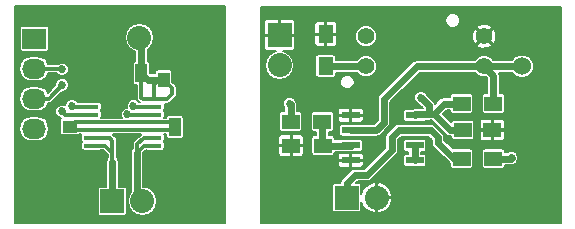
<source format=gtl>
G04 #@! TF.FileFunction,Copper,L1,Top,Signal*
%FSLAX46Y46*%
G04 Gerber Fmt 4.6, Leading zero omitted, Abs format (unit mm)*
G04 Created by KiCad (PCBNEW 0.201505220134+5676~23~ubuntu14.04.1-product) date Thu 25 Jun 2015 11:34:38 PM PDT*
%MOMM*%
G01*
G04 APERTURE LIST*
%ADD10C,0.100000*%
%ADD11R,1.500000X1.250000*%
%ADD12R,2.032000X2.032000*%
%ADD13O,2.032000X2.032000*%
%ADD14R,1.300000X1.500000*%
%ADD15R,1.500000X1.300000*%
%ADD16R,1.550000X0.600000*%
%ADD17C,1.400000*%
%ADD18C,1.524000*%
%ADD19R,1.000000X1.250000*%
%ADD20R,1.000000X1.600000*%
%ADD21R,1.250000X1.000000*%
%ADD22R,2.032000X1.727200*%
%ADD23O,2.032000X1.727200*%
%ADD24R,1.270000X0.406400*%
%ADD25C,0.685800*%
%ADD26C,0.609600*%
%ADD27C,0.304800*%
%ADD28C,0.152400*%
G04 APERTURE END LIST*
D10*
D11*
X167456800Y-94284800D03*
X169956800Y-94284800D03*
D12*
X151942800Y-86258400D03*
D13*
X151942800Y-88798400D03*
D12*
X157632400Y-100025200D03*
D13*
X160172400Y-100025200D03*
D14*
X155854400Y-88878400D03*
X155854400Y-86178400D03*
D15*
X167356800Y-92049600D03*
X170056800Y-92049600D03*
X152878800Y-93573600D03*
X155578800Y-93573600D03*
X155629600Y-95605600D03*
X152929600Y-95605600D03*
X170056800Y-96723200D03*
X167356800Y-96723200D03*
D16*
X157980400Y-93040200D03*
X157980400Y-94310200D03*
X157980400Y-95580200D03*
X157980400Y-96850200D03*
X163380400Y-96850200D03*
X163380400Y-95580200D03*
X163380400Y-94310200D03*
X163380400Y-93040200D03*
D17*
X159274500Y-88900000D03*
X159274500Y-86360000D03*
X169274500Y-88900000D03*
X169274500Y-86360000D03*
D18*
X172466000Y-88900000D03*
D19*
X142129000Y-90017600D03*
X144129000Y-90017600D03*
D20*
X140247500Y-89471500D03*
X137247500Y-89471500D03*
D21*
X134175500Y-93996000D03*
X134175500Y-95996000D03*
D20*
X143089500Y-94043500D03*
X146089500Y-94043500D03*
D12*
X137541000Y-86461600D03*
D13*
X140081000Y-86461600D03*
D22*
X131191000Y-86550500D03*
D23*
X131191000Y-89090500D03*
X131191000Y-91630500D03*
X131191000Y-94170500D03*
D12*
X137795000Y-100330000D03*
D13*
X140335000Y-100330000D03*
D24*
X136017000Y-91694000D03*
X136017000Y-92329000D03*
X136017000Y-92989400D03*
X136017000Y-93649800D03*
X136017000Y-94284800D03*
X136017000Y-94945200D03*
X136017000Y-95605600D03*
X136017000Y-96240600D03*
X136017000Y-96901000D03*
X136017000Y-97536000D03*
X141351000Y-97536000D03*
X141351000Y-96901000D03*
X141351000Y-96240600D03*
X141351000Y-95605600D03*
X141351000Y-94945200D03*
X141351000Y-94284800D03*
X141351000Y-93649800D03*
X141351000Y-92989400D03*
X141351000Y-92329000D03*
X141351000Y-91694000D03*
D25*
X163931600Y-91541600D03*
X171602400Y-96672400D03*
X152806400Y-92049600D03*
X135191500Y-99314000D03*
X134429500Y-98298000D03*
X133794500Y-97282000D03*
X132905500Y-98298000D03*
X133731000Y-99949000D03*
X134175500Y-101600000D03*
X132715000Y-101790500D03*
X132461000Y-100457000D03*
X131889500Y-99250500D03*
X131445000Y-101409500D03*
X130429000Y-100393500D03*
X130683000Y-98425000D03*
X131826000Y-97663000D03*
X132461000Y-96329500D03*
X131064000Y-96202500D03*
X130556000Y-97218500D03*
X142621000Y-88265000D03*
X142557500Y-86614000D03*
X143891000Y-85661500D03*
X145923000Y-85725000D03*
X146748500Y-87249000D03*
X144653000Y-87058500D03*
X144272000Y-88265000D03*
X146177000Y-88709500D03*
X146177000Y-90360500D03*
X146177000Y-91757500D03*
X144526000Y-91313000D03*
X143192500Y-92202000D03*
X144653000Y-92773500D03*
X144526000Y-94107000D03*
X144716500Y-95504000D03*
X146367500Y-96075500D03*
X146367500Y-97599500D03*
X144970500Y-97218500D03*
X143510000Y-96393000D03*
X142684500Y-97663000D03*
X142875000Y-99250500D03*
X144399000Y-98679000D03*
X146304000Y-99441000D03*
X146621500Y-100647500D03*
X145859500Y-101727000D03*
X145161000Y-100520500D03*
X144018000Y-100266500D03*
X142811500Y-100901500D03*
X144272000Y-101790500D03*
X135445500Y-101727000D03*
X135763000Y-100393500D03*
X135509000Y-86042500D03*
X134175500Y-85979000D03*
X133540500Y-87503000D03*
X134810500Y-87312500D03*
X135636000Y-88709500D03*
X134366000Y-88582500D03*
X135636000Y-89979500D03*
X134366000Y-92265500D03*
X133540500Y-89154000D03*
X139573000Y-92265500D03*
X133540500Y-90487500D03*
X139065000Y-92964000D03*
X133540500Y-92710000D03*
D26*
X163456600Y-92964000D02*
X163380400Y-93040200D01*
X164592000Y-92964000D02*
X163456600Y-92964000D01*
X164592000Y-92202000D02*
X163931600Y-91541600D01*
X164592000Y-92913200D02*
X164592000Y-92202000D01*
X164592000Y-92964000D02*
X164592000Y-92913200D01*
X164998400Y-92913200D02*
X166370000Y-94284800D01*
X166370000Y-94284800D02*
X167456800Y-94284800D01*
X164592000Y-92913200D02*
X164998400Y-92913200D01*
X165862000Y-92049600D02*
X164998400Y-92913200D01*
X167356800Y-92049600D02*
X165862000Y-92049600D01*
X171551600Y-96723200D02*
X171602400Y-96672400D01*
X170056800Y-96723200D02*
X171551600Y-96723200D01*
X152878800Y-92122000D02*
X152806400Y-92049600D01*
X152878800Y-93573600D02*
X152878800Y-92122000D01*
D27*
X144129000Y-90017600D02*
X144129000Y-89455500D01*
X135191500Y-99314000D02*
X134429500Y-98552000D01*
X134429500Y-98552000D02*
X134429500Y-98298000D01*
X133794500Y-97282000D02*
X132905500Y-98171000D01*
X132905500Y-98171000D02*
X132905500Y-98298000D01*
X133731000Y-99949000D02*
X134175500Y-100393500D01*
X134175500Y-100393500D02*
X134175500Y-101600000D01*
X132715000Y-101790500D02*
X132461000Y-101536500D01*
X132461000Y-101536500D02*
X132461000Y-100457000D01*
X131889500Y-99250500D02*
X131445000Y-99695000D01*
X131445000Y-99695000D02*
X131445000Y-101409500D01*
X130429000Y-100393500D02*
X130683000Y-100139500D01*
X130683000Y-100139500D02*
X130683000Y-98425000D01*
X131826000Y-97663000D02*
X132461000Y-97028000D01*
X132461000Y-97028000D02*
X132461000Y-96329500D01*
X131064000Y-96202500D02*
X130556000Y-96710500D01*
X130556000Y-96710500D02*
X130556000Y-97218500D01*
X144129000Y-89455500D02*
X142938500Y-88265000D01*
X142938500Y-88265000D02*
X142621000Y-88265000D01*
X142557500Y-86614000D02*
X143510000Y-85661500D01*
X143510000Y-85661500D02*
X143891000Y-85661500D01*
X145923000Y-85725000D02*
X146748500Y-86550500D01*
X146748500Y-86550500D02*
X146748500Y-87249000D01*
X144653000Y-87058500D02*
X144272000Y-87439500D01*
X144272000Y-87439500D02*
X144272000Y-88265000D01*
X146177000Y-88709500D02*
X146177000Y-90360500D01*
X146177000Y-91757500D02*
X145732500Y-91313000D01*
X145732500Y-91313000D02*
X144526000Y-91313000D01*
X143192500Y-92202000D02*
X143764000Y-92773500D01*
X143764000Y-92773500D02*
X144653000Y-92773500D01*
X144526000Y-94107000D02*
X144716500Y-94297500D01*
X144716500Y-94297500D02*
X144716500Y-95504000D01*
X146367500Y-96075500D02*
X146367500Y-97599500D01*
X144970500Y-97218500D02*
X144145000Y-96393000D01*
X144145000Y-96393000D02*
X143510000Y-96393000D01*
X142684500Y-97663000D02*
X142875000Y-97853500D01*
X142875000Y-97853500D02*
X142875000Y-99250500D01*
X144399000Y-98679000D02*
X145161000Y-99441000D01*
X145161000Y-99441000D02*
X146304000Y-99441000D01*
X146621500Y-100647500D02*
X145859500Y-101409500D01*
X145859500Y-101409500D02*
X145859500Y-101727000D01*
X145161000Y-100520500D02*
X144907000Y-100266500D01*
X144907000Y-100266500D02*
X144018000Y-100266500D01*
X142811500Y-100901500D02*
X143700500Y-101790500D01*
X143700500Y-101790500D02*
X144272000Y-101790500D01*
X135445500Y-101727000D02*
X135763000Y-101409500D01*
X135763000Y-101409500D02*
X135763000Y-100393500D01*
X135509000Y-86042500D02*
X135445500Y-85979000D01*
X135445500Y-85979000D02*
X134175500Y-85979000D01*
X133540500Y-87503000D02*
X133731000Y-87312500D01*
X133731000Y-87312500D02*
X134810500Y-87312500D01*
X135636000Y-88709500D02*
X135509000Y-88582500D01*
X135509000Y-88582500D02*
X134366000Y-88582500D01*
D26*
X157632400Y-98806000D02*
X158343600Y-98094800D01*
X158343600Y-98094800D02*
X159359600Y-98094800D01*
X159359600Y-98094800D02*
X161442400Y-96012000D01*
X161442400Y-96012000D02*
X161442400Y-94894400D01*
X161442400Y-94894400D02*
X162026600Y-94310200D01*
X162026600Y-94310200D02*
X163380400Y-94310200D01*
X157632400Y-100025200D02*
X157632400Y-98806000D01*
X164769800Y-94310200D02*
X163380400Y-94310200D01*
X165354000Y-94894400D02*
X164769800Y-94310200D01*
X165354000Y-95351600D02*
X165354000Y-94894400D01*
X166725600Y-96723200D02*
X165354000Y-95351600D01*
X167356800Y-96723200D02*
X166725600Y-96723200D01*
X155883600Y-88900000D02*
X159274500Y-88900000D01*
X163576000Y-88900000D02*
X160782000Y-91694000D01*
X160782000Y-91694000D02*
X160782000Y-93675200D01*
X160782000Y-93675200D02*
X160147000Y-94310200D01*
X160147000Y-94310200D02*
X157980400Y-94310200D01*
X169274500Y-88900000D02*
X163576000Y-88900000D01*
X170056800Y-89682300D02*
X169274500Y-88900000D01*
X170056800Y-92049600D02*
X170056800Y-89682300D01*
X169325300Y-88950800D02*
X169274500Y-88900000D01*
X172466000Y-88900000D02*
X169274500Y-88900000D01*
X157955000Y-95605600D02*
X157980400Y-95580200D01*
X155629600Y-95605600D02*
X157955000Y-95605600D01*
X155578800Y-95554800D02*
X155629600Y-95605600D01*
X155578800Y-93573600D02*
X155578800Y-95554800D01*
X163380400Y-95580200D02*
X163380400Y-96850200D01*
D27*
X141351000Y-91694000D02*
X142430500Y-91694000D01*
X142875000Y-90763600D02*
X142129000Y-90017600D01*
X142875000Y-91249500D02*
X142875000Y-90763600D01*
X142430500Y-91694000D02*
X142875000Y-91249500D01*
X141351000Y-91694000D02*
X141351000Y-90424000D01*
X141351000Y-90424000D02*
X141757400Y-90017600D01*
X141757400Y-90017600D02*
X142129000Y-90017600D01*
X141351000Y-91694000D02*
X140398500Y-91694000D01*
X140247500Y-91543000D02*
X140247500Y-89471500D01*
X140398500Y-91694000D02*
X140247500Y-91543000D01*
D26*
X142129000Y-90017600D02*
X140793600Y-90017600D01*
X140793600Y-90017600D02*
X140247500Y-89471500D01*
X140247500Y-89471500D02*
X140247500Y-86628100D01*
X140247500Y-86628100D02*
X140081000Y-86461600D01*
D27*
X141351000Y-94284800D02*
X136017000Y-94284800D01*
X136017000Y-93649800D02*
X141351000Y-93649800D01*
X136017000Y-94284800D02*
X134464300Y-94284800D01*
X134464300Y-94284800D02*
X134223000Y-94043500D01*
X136017000Y-93649800D02*
X134616700Y-93649800D01*
X134616700Y-93649800D02*
X134223000Y-94043500D01*
X141351000Y-93649800D02*
X142695800Y-93649800D01*
X142695800Y-93649800D02*
X143089500Y-94043500D01*
X141351000Y-94284800D02*
X142848200Y-94284800D01*
X142848200Y-94284800D02*
X143089500Y-94043500D01*
X134366000Y-92265500D02*
X134429500Y-92329000D01*
X134429500Y-92329000D02*
X136017000Y-92329000D01*
X133477000Y-89090500D02*
X133540500Y-89154000D01*
X139573000Y-92265500D02*
X139636500Y-92329000D01*
X139636500Y-92329000D02*
X141351000Y-92329000D01*
X131191000Y-89090500D02*
X133477000Y-89090500D01*
X132397500Y-91630500D02*
X133540500Y-90487500D01*
X139065000Y-92964000D02*
X139090400Y-92989400D01*
X139090400Y-92989400D02*
X141351000Y-92989400D01*
X131191000Y-91630500D02*
X132397500Y-91630500D01*
X133819900Y-92989400D02*
X133540500Y-92710000D01*
X136017000Y-92989400D02*
X133819900Y-92989400D01*
X136017000Y-94945200D02*
X137553700Y-94945200D01*
X137795000Y-95186500D02*
X137795000Y-96964500D01*
X137553700Y-94945200D02*
X137795000Y-95186500D01*
X136017000Y-95605600D02*
X137134600Y-95605600D01*
X137795000Y-96266000D02*
X137795000Y-96964500D01*
D26*
X137795000Y-96964500D02*
X137795000Y-100330000D01*
D27*
X137134600Y-95605600D02*
X137795000Y-96266000D01*
X141351000Y-95605600D02*
X140487400Y-95605600D01*
X140487400Y-95605600D02*
X139890500Y-96202500D01*
X141351000Y-94945200D02*
X140449300Y-94945200D01*
X139890500Y-95504000D02*
X139890500Y-96202500D01*
D26*
X139890500Y-96202500D02*
X139890500Y-99885500D01*
D27*
X140449300Y-94945200D02*
X139890500Y-95504000D01*
X139890500Y-99885500D02*
X140335000Y-100330000D01*
D28*
G36*
X175743400Y-102133400D02*
X173456772Y-102133400D01*
X173456772Y-88703822D01*
X173306279Y-88339603D01*
X173027862Y-88060700D01*
X172663907Y-87909572D01*
X172269822Y-87909228D01*
X171905603Y-88059721D01*
X171626700Y-88338138D01*
X171614881Y-88366600D01*
X170306524Y-88366600D01*
X170306524Y-86555524D01*
X170302790Y-86145702D01*
X170153142Y-85784421D01*
X169993839Y-85712503D01*
X169921997Y-85784345D01*
X169921997Y-85640661D01*
X169850079Y-85481358D01*
X169470024Y-85327976D01*
X169060202Y-85331710D01*
X168698921Y-85481358D01*
X168627003Y-85640661D01*
X169274500Y-86288158D01*
X169921997Y-85640661D01*
X169921997Y-85784345D01*
X169346342Y-86360000D01*
X169993839Y-87007497D01*
X170153142Y-86935579D01*
X170306524Y-86555524D01*
X170306524Y-88366600D01*
X170054124Y-88366600D01*
X169921997Y-88234242D01*
X169921997Y-87079339D01*
X169274500Y-86431842D01*
X169202658Y-86503684D01*
X169202658Y-86360000D01*
X168555161Y-85712503D01*
X168395858Y-85784421D01*
X168242476Y-86164476D01*
X168246210Y-86574298D01*
X168395858Y-86935579D01*
X168555161Y-87007497D01*
X169202658Y-86360000D01*
X169202658Y-86503684D01*
X168627003Y-87079339D01*
X168698921Y-87238642D01*
X169078976Y-87392024D01*
X169488798Y-87388290D01*
X169850079Y-87238642D01*
X169921997Y-87079339D01*
X169921997Y-88234242D01*
X169801196Y-88113231D01*
X169460020Y-87971562D01*
X169090600Y-87971240D01*
X168749178Y-88112312D01*
X168494446Y-88366600D01*
X167253209Y-88366600D01*
X167253209Y-84905512D01*
X167157712Y-84674392D01*
X166981038Y-84497410D01*
X166750085Y-84401509D01*
X166500012Y-84401291D01*
X166268892Y-84496788D01*
X166091910Y-84673462D01*
X165996009Y-84904415D01*
X165995791Y-85154488D01*
X166091288Y-85385608D01*
X166267962Y-85562590D01*
X166498915Y-85658491D01*
X166748988Y-85658709D01*
X166980108Y-85563212D01*
X167157090Y-85386538D01*
X167252991Y-85155585D01*
X167253209Y-84905512D01*
X167253209Y-88366600D01*
X163576005Y-88366600D01*
X163576000Y-88366599D01*
X163371877Y-88407203D01*
X163198829Y-88522829D01*
X160404829Y-91316829D01*
X160289203Y-91489877D01*
X160248600Y-91694000D01*
X160248600Y-93454258D01*
X160203260Y-93499598D01*
X160203260Y-88716100D01*
X160203260Y-86176100D01*
X160062188Y-85834678D01*
X159801196Y-85573231D01*
X159460020Y-85431562D01*
X159090600Y-85431240D01*
X158749178Y-85572312D01*
X158487731Y-85833304D01*
X158346062Y-86174480D01*
X158345740Y-86543900D01*
X158486812Y-86885322D01*
X158747804Y-87146769D01*
X159088980Y-87288438D01*
X159458400Y-87288760D01*
X159799822Y-87147688D01*
X160061269Y-86886696D01*
X160202938Y-86545520D01*
X160203260Y-86176100D01*
X160203260Y-88716100D01*
X160062188Y-88374678D01*
X159801196Y-88113231D01*
X159460020Y-87971562D01*
X159090600Y-87971240D01*
X158749178Y-88112312D01*
X158494446Y-88366600D01*
X156834600Y-88366600D01*
X156834600Y-86994081D01*
X156834600Y-86311750D01*
X156834600Y-86045050D01*
X156834600Y-85362719D01*
X156784330Y-85241357D01*
X156691443Y-85148470D01*
X156570081Y-85098200D01*
X156438719Y-85098200D01*
X155987750Y-85098200D01*
X155905200Y-85180750D01*
X155905200Y-86127600D01*
X156752050Y-86127600D01*
X156834600Y-86045050D01*
X156834600Y-86311750D01*
X156752050Y-86229200D01*
X155905200Y-86229200D01*
X155905200Y-87176050D01*
X155987750Y-87258600D01*
X156438719Y-87258600D01*
X156570081Y-87258600D01*
X156691443Y-87208330D01*
X156784330Y-87115443D01*
X156834600Y-86994081D01*
X156834600Y-88366600D01*
X156737479Y-88366600D01*
X156737479Y-88128400D01*
X156720567Y-88041236D01*
X156670242Y-87964626D01*
X156594271Y-87913344D01*
X156504400Y-87895321D01*
X155803600Y-87895321D01*
X155803600Y-87176050D01*
X155803600Y-86229200D01*
X155803600Y-86127600D01*
X155803600Y-85180750D01*
X155721050Y-85098200D01*
X155270081Y-85098200D01*
X155138719Y-85098200D01*
X155017357Y-85148470D01*
X154924470Y-85241357D01*
X154874200Y-85362719D01*
X154874200Y-86045050D01*
X154956750Y-86127600D01*
X155803600Y-86127600D01*
X155803600Y-86229200D01*
X154956750Y-86229200D01*
X154874200Y-86311750D01*
X154874200Y-86994081D01*
X154924470Y-87115443D01*
X155017357Y-87208330D01*
X155138719Y-87258600D01*
X155270081Y-87258600D01*
X155721050Y-87258600D01*
X155803600Y-87176050D01*
X155803600Y-87895321D01*
X155204400Y-87895321D01*
X155117236Y-87912233D01*
X155040626Y-87962558D01*
X154989344Y-88038529D01*
X154971321Y-88128400D01*
X154971321Y-89628400D01*
X154988233Y-89715564D01*
X155038558Y-89792174D01*
X155114529Y-89843456D01*
X155204400Y-89861479D01*
X156504400Y-89861479D01*
X156591564Y-89844567D01*
X156668174Y-89794242D01*
X156719456Y-89718271D01*
X156737479Y-89628400D01*
X156737479Y-89433400D01*
X158494875Y-89433400D01*
X158747804Y-89686769D01*
X159088980Y-89828438D01*
X159458400Y-89828760D01*
X159799822Y-89687688D01*
X160061269Y-89426696D01*
X160202938Y-89085520D01*
X160203260Y-88716100D01*
X160203260Y-93499598D01*
X159926058Y-93776800D01*
X159085600Y-93776800D01*
X159085600Y-93405881D01*
X159085600Y-93274519D01*
X159085600Y-93173550D01*
X159085600Y-92906850D01*
X159085600Y-92805881D01*
X159085600Y-92674519D01*
X159035330Y-92553157D01*
X158942443Y-92460270D01*
X158821081Y-92410000D01*
X158303209Y-92410000D01*
X158303209Y-90105512D01*
X158207712Y-89874392D01*
X158031038Y-89697410D01*
X157800085Y-89601509D01*
X157550012Y-89601291D01*
X157318892Y-89696788D01*
X157141910Y-89873462D01*
X157046009Y-90104415D01*
X157045791Y-90354488D01*
X157141288Y-90585608D01*
X157317962Y-90762590D01*
X157548915Y-90858491D01*
X157798988Y-90858709D01*
X158030108Y-90763212D01*
X158207090Y-90586538D01*
X158302991Y-90355585D01*
X158303209Y-90105512D01*
X158303209Y-92410000D01*
X158113750Y-92410000D01*
X158031200Y-92492550D01*
X158031200Y-92989400D01*
X159003050Y-92989400D01*
X159085600Y-92906850D01*
X159085600Y-93173550D01*
X159003050Y-93091000D01*
X158031200Y-93091000D01*
X158031200Y-93587850D01*
X158113750Y-93670400D01*
X158821081Y-93670400D01*
X158942443Y-93620130D01*
X159035330Y-93527243D01*
X159085600Y-93405881D01*
X159085600Y-93776800D01*
X157980400Y-93776800D01*
X157978786Y-93777121D01*
X157929600Y-93777121D01*
X157929600Y-93587850D01*
X157929600Y-93091000D01*
X157929600Y-92989400D01*
X157929600Y-92492550D01*
X157847050Y-92410000D01*
X157139719Y-92410000D01*
X157018357Y-92460270D01*
X156925470Y-92553157D01*
X156875200Y-92674519D01*
X156875200Y-92805881D01*
X156875200Y-92906850D01*
X156957750Y-92989400D01*
X157929600Y-92989400D01*
X157929600Y-93091000D01*
X156957750Y-93091000D01*
X156875200Y-93173550D01*
X156875200Y-93274519D01*
X156875200Y-93405881D01*
X156925470Y-93527243D01*
X157018357Y-93620130D01*
X157139719Y-93670400D01*
X157847050Y-93670400D01*
X157929600Y-93587850D01*
X157929600Y-93777121D01*
X157205400Y-93777121D01*
X157118236Y-93794033D01*
X157041626Y-93844358D01*
X156990344Y-93920329D01*
X156972321Y-94010200D01*
X156972321Y-94610200D01*
X156989233Y-94697364D01*
X157039558Y-94773974D01*
X157115529Y-94825256D01*
X157205400Y-94843279D01*
X157978786Y-94843279D01*
X157980400Y-94843600D01*
X160147000Y-94843600D01*
X160351123Y-94802997D01*
X160524171Y-94687371D01*
X161159167Y-94052373D01*
X161159171Y-94052371D01*
X161159171Y-94052370D01*
X161274797Y-93879323D01*
X161315400Y-93675200D01*
X161315401Y-93675200D01*
X161315400Y-93675194D01*
X161315400Y-91914942D01*
X163796942Y-89433400D01*
X168494875Y-89433400D01*
X168747804Y-89686769D01*
X169088980Y-89828438D01*
X169448909Y-89828751D01*
X169523400Y-89903242D01*
X169523400Y-91166521D01*
X169306800Y-91166521D01*
X169219636Y-91183433D01*
X169143026Y-91233758D01*
X169091744Y-91309729D01*
X169073721Y-91399600D01*
X169073721Y-92699600D01*
X169090633Y-92786764D01*
X169140958Y-92863374D01*
X169216929Y-92914656D01*
X169306800Y-92932679D01*
X170806800Y-92932679D01*
X170893964Y-92915767D01*
X170970574Y-92865442D01*
X171021856Y-92789471D01*
X171039879Y-92699600D01*
X171039879Y-91399600D01*
X171022967Y-91312436D01*
X170972642Y-91235826D01*
X170896671Y-91184544D01*
X170806800Y-91166521D01*
X170590200Y-91166521D01*
X170590200Y-89682300D01*
X170549597Y-89478177D01*
X170549597Y-89478176D01*
X170519678Y-89433400D01*
X171614566Y-89433400D01*
X171625721Y-89460397D01*
X171904138Y-89739300D01*
X172268093Y-89890428D01*
X172662178Y-89890772D01*
X173026397Y-89740279D01*
X173305300Y-89461862D01*
X173456428Y-89097907D01*
X173456772Y-88703822D01*
X173456772Y-102133400D01*
X172173999Y-102133400D01*
X172173999Y-96559220D01*
X172087176Y-96349094D01*
X171926551Y-96188189D01*
X171716577Y-96101000D01*
X171489220Y-96100801D01*
X171279094Y-96187624D01*
X171276914Y-96189800D01*
X171039879Y-96189800D01*
X171039879Y-96073200D01*
X171037000Y-96058361D01*
X171037000Y-94975481D01*
X171037000Y-94844119D01*
X171037000Y-94418150D01*
X171037000Y-94151450D01*
X171037000Y-93725481D01*
X171037000Y-93594119D01*
X170986730Y-93472757D01*
X170893843Y-93379870D01*
X170772481Y-93329600D01*
X170090150Y-93329600D01*
X170007600Y-93412150D01*
X170007600Y-94234000D01*
X170954450Y-94234000D01*
X171037000Y-94151450D01*
X171037000Y-94418150D01*
X170954450Y-94335600D01*
X170007600Y-94335600D01*
X170007600Y-95157450D01*
X170090150Y-95240000D01*
X170772481Y-95240000D01*
X170893843Y-95189730D01*
X170986730Y-95096843D01*
X171037000Y-94975481D01*
X171037000Y-96058361D01*
X171022967Y-95986036D01*
X170972642Y-95909426D01*
X170896671Y-95858144D01*
X170806800Y-95840121D01*
X169906000Y-95840121D01*
X169906000Y-95157450D01*
X169906000Y-94335600D01*
X169906000Y-94234000D01*
X169906000Y-93412150D01*
X169823450Y-93329600D01*
X169141119Y-93329600D01*
X169019757Y-93379870D01*
X168926870Y-93472757D01*
X168876600Y-93594119D01*
X168876600Y-93725481D01*
X168876600Y-94151450D01*
X168959150Y-94234000D01*
X169906000Y-94234000D01*
X169906000Y-94335600D01*
X168959150Y-94335600D01*
X168876600Y-94418150D01*
X168876600Y-94844119D01*
X168876600Y-94975481D01*
X168926870Y-95096843D01*
X169019757Y-95189730D01*
X169141119Y-95240000D01*
X169823450Y-95240000D01*
X169906000Y-95157450D01*
X169906000Y-95840121D01*
X169306800Y-95840121D01*
X169219636Y-95857033D01*
X169143026Y-95907358D01*
X169091744Y-95983329D01*
X169073721Y-96073200D01*
X169073721Y-97373200D01*
X169090633Y-97460364D01*
X169140958Y-97536974D01*
X169216929Y-97588256D01*
X169306800Y-97606279D01*
X170806800Y-97606279D01*
X170893964Y-97589367D01*
X170970574Y-97539042D01*
X171021856Y-97463071D01*
X171039879Y-97373200D01*
X171039879Y-97256600D01*
X171551600Y-97256600D01*
X171615389Y-97243911D01*
X171715580Y-97243999D01*
X171925706Y-97157176D01*
X172086611Y-96996551D01*
X172173800Y-96786577D01*
X172173999Y-96559220D01*
X172173999Y-102133400D01*
X168439879Y-102133400D01*
X168439879Y-94909800D01*
X168439879Y-93659800D01*
X168422967Y-93572636D01*
X168372642Y-93496026D01*
X168296671Y-93444744D01*
X168206800Y-93426721D01*
X166706800Y-93426721D01*
X166619636Y-93443633D01*
X166543026Y-93493958D01*
X166491744Y-93569929D01*
X166478000Y-93638458D01*
X165752742Y-92913200D01*
X166082942Y-92583000D01*
X166373721Y-92583000D01*
X166373721Y-92699600D01*
X166390633Y-92786764D01*
X166440958Y-92863374D01*
X166516929Y-92914656D01*
X166606800Y-92932679D01*
X168106800Y-92932679D01*
X168193964Y-92915767D01*
X168270574Y-92865442D01*
X168321856Y-92789471D01*
X168339879Y-92699600D01*
X168339879Y-91399600D01*
X168322967Y-91312436D01*
X168272642Y-91235826D01*
X168196671Y-91184544D01*
X168106800Y-91166521D01*
X166606800Y-91166521D01*
X166519636Y-91183433D01*
X166443026Y-91233758D01*
X166391744Y-91309729D01*
X166373721Y-91399600D01*
X166373721Y-91516200D01*
X165862000Y-91516200D01*
X165657877Y-91556803D01*
X165484829Y-91672429D01*
X165097171Y-92060086D01*
X165084797Y-91997877D01*
X164969171Y-91824829D01*
X164454216Y-91309874D01*
X164416376Y-91218294D01*
X164255751Y-91057389D01*
X164045777Y-90970200D01*
X163818420Y-90970001D01*
X163608294Y-91056824D01*
X163447389Y-91217449D01*
X163360200Y-91427423D01*
X163360001Y-91654780D01*
X163446824Y-91864906D01*
X163607449Y-92025811D01*
X163699828Y-92064170D01*
X164058600Y-92422942D01*
X164058600Y-92430600D01*
X163456600Y-92430600D01*
X163252477Y-92471203D01*
X163198721Y-92507121D01*
X162605400Y-92507121D01*
X162518236Y-92524033D01*
X162441626Y-92574358D01*
X162390344Y-92650329D01*
X162372321Y-92740200D01*
X162372321Y-93340200D01*
X162389233Y-93427364D01*
X162439558Y-93503974D01*
X162515529Y-93555256D01*
X162605400Y-93573279D01*
X163378786Y-93573279D01*
X163380400Y-93573600D01*
X163382013Y-93573279D01*
X164155400Y-93573279D01*
X164242564Y-93556367D01*
X164319174Y-93506042D01*
X164325007Y-93497400D01*
X164592000Y-93497400D01*
X164789059Y-93458201D01*
X165992829Y-94661971D01*
X166165876Y-94777597D01*
X166165877Y-94777597D01*
X166370000Y-94818200D01*
X166473721Y-94818200D01*
X166473721Y-94909800D01*
X166490633Y-94996964D01*
X166540958Y-95073574D01*
X166616929Y-95124856D01*
X166706800Y-95142879D01*
X168206800Y-95142879D01*
X168293964Y-95125967D01*
X168370574Y-95075642D01*
X168421856Y-94999671D01*
X168439879Y-94909800D01*
X168439879Y-102133400D01*
X168339879Y-102133400D01*
X168339879Y-97373200D01*
X168339879Y-96073200D01*
X168322967Y-95986036D01*
X168272642Y-95909426D01*
X168196671Y-95858144D01*
X168106800Y-95840121D01*
X166606800Y-95840121D01*
X166598477Y-95841735D01*
X165887400Y-95130658D01*
X165887400Y-94894405D01*
X165887400Y-94894400D01*
X165887401Y-94894400D01*
X165846797Y-94690277D01*
X165731171Y-94517230D01*
X165731171Y-94517229D01*
X165731167Y-94517226D01*
X165146971Y-93933029D01*
X164973923Y-93817403D01*
X164769800Y-93776800D01*
X163380400Y-93776800D01*
X162026605Y-93776800D01*
X162026600Y-93776799D01*
X161822477Y-93817403D01*
X161649429Y-93933029D01*
X161649426Y-93933032D01*
X161065229Y-94517229D01*
X160949603Y-94690277D01*
X160909000Y-94894400D01*
X160909000Y-95791058D01*
X159138658Y-97561400D01*
X159085600Y-97561400D01*
X159085600Y-97215881D01*
X159085600Y-97084519D01*
X159085600Y-96983550D01*
X159085600Y-96716850D01*
X159085600Y-96615881D01*
X159085600Y-96484519D01*
X159035330Y-96363157D01*
X158988479Y-96316306D01*
X158988479Y-95880200D01*
X158988479Y-95280200D01*
X158971567Y-95193036D01*
X158921242Y-95116426D01*
X158845271Y-95065144D01*
X158755400Y-95047121D01*
X157982013Y-95047121D01*
X157980400Y-95046800D01*
X157978786Y-95047121D01*
X157205400Y-95047121D01*
X157118236Y-95064033D01*
X157105803Y-95072200D01*
X156612679Y-95072200D01*
X156612679Y-94955600D01*
X156595767Y-94868436D01*
X156545442Y-94791826D01*
X156469471Y-94740544D01*
X156379600Y-94722521D01*
X156112200Y-94722521D01*
X156112200Y-94456679D01*
X156328800Y-94456679D01*
X156415964Y-94439767D01*
X156492574Y-94389442D01*
X156543856Y-94313471D01*
X156561879Y-94223600D01*
X156561879Y-92923600D01*
X156544967Y-92836436D01*
X156494642Y-92759826D01*
X156418671Y-92708544D01*
X156328800Y-92690521D01*
X154828800Y-92690521D01*
X154741636Y-92707433D01*
X154665026Y-92757758D01*
X154613744Y-92833729D01*
X154595721Y-92923600D01*
X154595721Y-94223600D01*
X154612633Y-94310764D01*
X154662958Y-94387374D01*
X154738929Y-94438656D01*
X154828800Y-94456679D01*
X155045400Y-94456679D01*
X155045400Y-94722521D01*
X154879600Y-94722521D01*
X154792436Y-94739433D01*
X154715826Y-94789758D01*
X154664544Y-94865729D01*
X154646521Y-94955600D01*
X154646521Y-96255600D01*
X154663433Y-96342764D01*
X154713758Y-96419374D01*
X154789729Y-96470656D01*
X154879600Y-96488679D01*
X156379600Y-96488679D01*
X156466764Y-96471767D01*
X156543374Y-96421442D01*
X156594656Y-96345471D01*
X156612679Y-96255600D01*
X156612679Y-96139000D01*
X157955000Y-96139000D01*
X158084306Y-96113279D01*
X158755400Y-96113279D01*
X158842564Y-96096367D01*
X158919174Y-96046042D01*
X158970456Y-95970071D01*
X158988479Y-95880200D01*
X158988479Y-96316306D01*
X158942443Y-96270270D01*
X158821081Y-96220000D01*
X158113750Y-96220000D01*
X158031200Y-96302550D01*
X158031200Y-96799400D01*
X159003050Y-96799400D01*
X159085600Y-96716850D01*
X159085600Y-96983550D01*
X159003050Y-96901000D01*
X158031200Y-96901000D01*
X158031200Y-97397850D01*
X158113750Y-97480400D01*
X158821081Y-97480400D01*
X158942443Y-97430130D01*
X159035330Y-97337243D01*
X159085600Y-97215881D01*
X159085600Y-97561400D01*
X158343605Y-97561400D01*
X158343600Y-97561399D01*
X158139477Y-97602003D01*
X157966429Y-97717629D01*
X157929600Y-97754458D01*
X157929600Y-97397850D01*
X157929600Y-96901000D01*
X157929600Y-96799400D01*
X157929600Y-96302550D01*
X157847050Y-96220000D01*
X157139719Y-96220000D01*
X157018357Y-96270270D01*
X156925470Y-96363157D01*
X156875200Y-96484519D01*
X156875200Y-96615881D01*
X156875200Y-96716850D01*
X156957750Y-96799400D01*
X157929600Y-96799400D01*
X157929600Y-96901000D01*
X156957750Y-96901000D01*
X156875200Y-96983550D01*
X156875200Y-97084519D01*
X156875200Y-97215881D01*
X156925470Y-97337243D01*
X157018357Y-97430130D01*
X157139719Y-97480400D01*
X157847050Y-97480400D01*
X157929600Y-97397850D01*
X157929600Y-97754458D01*
X157255229Y-98428829D01*
X157139603Y-98601877D01*
X157104943Y-98776121D01*
X156616400Y-98776121D01*
X156529236Y-98793033D01*
X156452626Y-98843358D01*
X156401344Y-98919329D01*
X156383321Y-99009200D01*
X156383321Y-101041200D01*
X156400233Y-101128364D01*
X156450558Y-101204974D01*
X156526529Y-101256256D01*
X156616400Y-101274279D01*
X158648400Y-101274279D01*
X158735564Y-101257367D01*
X158812174Y-101207042D01*
X158863456Y-101131071D01*
X158881479Y-101041200D01*
X158881479Y-100358108D01*
X159051933Y-100771402D01*
X159422783Y-101143385D01*
X159907755Y-101345134D01*
X159911783Y-101345932D01*
X160121600Y-101287828D01*
X160121600Y-100076000D01*
X160101600Y-100076000D01*
X160101600Y-99974400D01*
X160121600Y-99974400D01*
X160121600Y-98762572D01*
X159911783Y-98704468D01*
X159907755Y-98705266D01*
X159422783Y-98907015D01*
X159051933Y-99278998D01*
X158881479Y-99692291D01*
X158881479Y-99009200D01*
X158864567Y-98922036D01*
X158814242Y-98845426D01*
X158738271Y-98794144D01*
X158648400Y-98776121D01*
X158416621Y-98776121D01*
X158564542Y-98628200D01*
X159359600Y-98628200D01*
X159563723Y-98587597D01*
X159736771Y-98471971D01*
X161819571Y-96389171D01*
X161935197Y-96216123D01*
X161975800Y-96012000D01*
X161975800Y-95115341D01*
X162247541Y-94843600D01*
X163380400Y-94843600D01*
X164548858Y-94843600D01*
X164820600Y-95115341D01*
X164820600Y-95351600D01*
X164861203Y-95555723D01*
X164976829Y-95728771D01*
X166348429Y-97100371D01*
X166373721Y-97117270D01*
X166373721Y-97373200D01*
X166390633Y-97460364D01*
X166440958Y-97536974D01*
X166516929Y-97588256D01*
X166606800Y-97606279D01*
X168106800Y-97606279D01*
X168193964Y-97589367D01*
X168270574Y-97539042D01*
X168321856Y-97463071D01*
X168339879Y-97373200D01*
X168339879Y-102133400D01*
X164388479Y-102133400D01*
X164388479Y-97150200D01*
X164388479Y-96550200D01*
X164371567Y-96463036D01*
X164321242Y-96386426D01*
X164245271Y-96335144D01*
X164155400Y-96317121D01*
X163913800Y-96317121D01*
X163913800Y-96113279D01*
X164155400Y-96113279D01*
X164242564Y-96096367D01*
X164319174Y-96046042D01*
X164370456Y-95970071D01*
X164388479Y-95880200D01*
X164388479Y-95280200D01*
X164371567Y-95193036D01*
X164321242Y-95116426D01*
X164245271Y-95065144D01*
X164155400Y-95047121D01*
X163382013Y-95047121D01*
X163380400Y-95046800D01*
X163378786Y-95047121D01*
X162605400Y-95047121D01*
X162518236Y-95064033D01*
X162441626Y-95114358D01*
X162390344Y-95190329D01*
X162372321Y-95280200D01*
X162372321Y-95880200D01*
X162389233Y-95967364D01*
X162439558Y-96043974D01*
X162515529Y-96095256D01*
X162605400Y-96113279D01*
X162847000Y-96113279D01*
X162847000Y-96317121D01*
X162605400Y-96317121D01*
X162518236Y-96334033D01*
X162441626Y-96384358D01*
X162390344Y-96460329D01*
X162372321Y-96550200D01*
X162372321Y-97150200D01*
X162389233Y-97237364D01*
X162439558Y-97313974D01*
X162515529Y-97365256D01*
X162605400Y-97383279D01*
X163378786Y-97383279D01*
X163380400Y-97383600D01*
X163382013Y-97383279D01*
X164155400Y-97383279D01*
X164242564Y-97366367D01*
X164319174Y-97316042D01*
X164370456Y-97240071D01*
X164388479Y-97150200D01*
X164388479Y-102133400D01*
X161493136Y-102133400D01*
X161493136Y-100285817D01*
X161493136Y-99764583D01*
X161292867Y-99278998D01*
X160922017Y-98907015D01*
X160437045Y-98705266D01*
X160433017Y-98704468D01*
X160223200Y-98762572D01*
X160223200Y-99974400D01*
X161435095Y-99974400D01*
X161493136Y-99764583D01*
X161493136Y-100285817D01*
X161435095Y-100076000D01*
X160223200Y-100076000D01*
X160223200Y-101287828D01*
X160433017Y-101345932D01*
X160437045Y-101345134D01*
X160922017Y-101143385D01*
X161292867Y-100771402D01*
X161493136Y-100285817D01*
X161493136Y-102133400D01*
X154009800Y-102133400D01*
X154009800Y-96321281D01*
X154009800Y-96189919D01*
X154009800Y-95738950D01*
X154009800Y-95472250D01*
X154009800Y-95021281D01*
X154009800Y-94889919D01*
X153959530Y-94768557D01*
X153866643Y-94675670D01*
X153861879Y-94673696D01*
X153861879Y-94223600D01*
X153861879Y-92923600D01*
X153844967Y-92836436D01*
X153794642Y-92759826D01*
X153718671Y-92708544D01*
X153628800Y-92690521D01*
X153412200Y-92690521D01*
X153412200Y-92122000D01*
X153377987Y-91950001D01*
X153377999Y-91936420D01*
X153372766Y-91923756D01*
X153371597Y-91917877D01*
X153368295Y-91912935D01*
X153291176Y-91726294D01*
X153289000Y-91724114D01*
X153289000Y-87340081D01*
X153289000Y-87208719D01*
X153289000Y-86391750D01*
X153289000Y-86125050D01*
X153289000Y-85308081D01*
X153289000Y-85176719D01*
X153238730Y-85055357D01*
X153145843Y-84962470D01*
X153024481Y-84912200D01*
X152076150Y-84912200D01*
X151993600Y-84994750D01*
X151993600Y-86207600D01*
X153206450Y-86207600D01*
X153289000Y-86125050D01*
X153289000Y-86391750D01*
X153206450Y-86309200D01*
X151993600Y-86309200D01*
X151993600Y-86329200D01*
X151892000Y-86329200D01*
X151892000Y-86309200D01*
X151892000Y-86207600D01*
X151892000Y-84994750D01*
X151809450Y-84912200D01*
X150861119Y-84912200D01*
X150739757Y-84962470D01*
X150646870Y-85055357D01*
X150596600Y-85176719D01*
X150596600Y-85308081D01*
X150596600Y-86125050D01*
X150679150Y-86207600D01*
X151892000Y-86207600D01*
X151892000Y-86309200D01*
X150679150Y-86309200D01*
X150596600Y-86391750D01*
X150596600Y-87208719D01*
X150596600Y-87340081D01*
X150646870Y-87461443D01*
X150739757Y-87554330D01*
X150861119Y-87604600D01*
X151663029Y-87604600D01*
X151442129Y-87648540D01*
X151038352Y-87918335D01*
X150768557Y-88322112D01*
X150673817Y-88798400D01*
X150768557Y-89274688D01*
X151038352Y-89678465D01*
X151442129Y-89948260D01*
X151918417Y-90043000D01*
X151967183Y-90043000D01*
X152443471Y-89948260D01*
X152847248Y-89678465D01*
X153117043Y-89274688D01*
X153211783Y-88798400D01*
X153117043Y-88322112D01*
X152847248Y-87918335D01*
X152443471Y-87648540D01*
X152222570Y-87604600D01*
X153024481Y-87604600D01*
X153145843Y-87554330D01*
X153238730Y-87461443D01*
X153289000Y-87340081D01*
X153289000Y-91724114D01*
X153130551Y-91565389D01*
X152920577Y-91478200D01*
X152693220Y-91478001D01*
X152483094Y-91564824D01*
X152322189Y-91725449D01*
X152235000Y-91935423D01*
X152234801Y-92162780D01*
X152321624Y-92372906D01*
X152345400Y-92396723D01*
X152345400Y-92690521D01*
X152128800Y-92690521D01*
X152041636Y-92707433D01*
X151965026Y-92757758D01*
X151913744Y-92833729D01*
X151895721Y-92923600D01*
X151895721Y-94223600D01*
X151912633Y-94310764D01*
X151962958Y-94387374D01*
X152038929Y-94438656D01*
X152128800Y-94456679D01*
X153628800Y-94456679D01*
X153715964Y-94439767D01*
X153792574Y-94389442D01*
X153843856Y-94313471D01*
X153861879Y-94223600D01*
X153861879Y-94673696D01*
X153745281Y-94625400D01*
X153062950Y-94625400D01*
X152980400Y-94707950D01*
X152980400Y-95554800D01*
X153927250Y-95554800D01*
X154009800Y-95472250D01*
X154009800Y-95738950D01*
X153927250Y-95656400D01*
X152980400Y-95656400D01*
X152980400Y-96503250D01*
X153062950Y-96585800D01*
X153745281Y-96585800D01*
X153866643Y-96535530D01*
X153959530Y-96442643D01*
X154009800Y-96321281D01*
X154009800Y-102133400D01*
X152878800Y-102133400D01*
X152878800Y-96503250D01*
X152878800Y-95656400D01*
X152878800Y-95554800D01*
X152878800Y-94707950D01*
X152796250Y-94625400D01*
X152113919Y-94625400D01*
X151992557Y-94675670D01*
X151899670Y-94768557D01*
X151849400Y-94889919D01*
X151849400Y-95021281D01*
X151849400Y-95472250D01*
X151931950Y-95554800D01*
X152878800Y-95554800D01*
X152878800Y-95656400D01*
X151931950Y-95656400D01*
X151849400Y-95738950D01*
X151849400Y-96189919D01*
X151849400Y-96321281D01*
X151899670Y-96442643D01*
X151992557Y-96535530D01*
X152113919Y-96585800D01*
X152796250Y-96585800D01*
X152878800Y-96503250D01*
X152878800Y-102133400D01*
X150342600Y-102133400D01*
X150342600Y-83844600D01*
X175743400Y-83844600D01*
X175743400Y-102133400D01*
X175743400Y-102133400D01*
G37*
X175743400Y-102133400D02*
X173456772Y-102133400D01*
X173456772Y-88703822D01*
X173306279Y-88339603D01*
X173027862Y-88060700D01*
X172663907Y-87909572D01*
X172269822Y-87909228D01*
X171905603Y-88059721D01*
X171626700Y-88338138D01*
X171614881Y-88366600D01*
X170306524Y-88366600D01*
X170306524Y-86555524D01*
X170302790Y-86145702D01*
X170153142Y-85784421D01*
X169993839Y-85712503D01*
X169921997Y-85784345D01*
X169921997Y-85640661D01*
X169850079Y-85481358D01*
X169470024Y-85327976D01*
X169060202Y-85331710D01*
X168698921Y-85481358D01*
X168627003Y-85640661D01*
X169274500Y-86288158D01*
X169921997Y-85640661D01*
X169921997Y-85784345D01*
X169346342Y-86360000D01*
X169993839Y-87007497D01*
X170153142Y-86935579D01*
X170306524Y-86555524D01*
X170306524Y-88366600D01*
X170054124Y-88366600D01*
X169921997Y-88234242D01*
X169921997Y-87079339D01*
X169274500Y-86431842D01*
X169202658Y-86503684D01*
X169202658Y-86360000D01*
X168555161Y-85712503D01*
X168395858Y-85784421D01*
X168242476Y-86164476D01*
X168246210Y-86574298D01*
X168395858Y-86935579D01*
X168555161Y-87007497D01*
X169202658Y-86360000D01*
X169202658Y-86503684D01*
X168627003Y-87079339D01*
X168698921Y-87238642D01*
X169078976Y-87392024D01*
X169488798Y-87388290D01*
X169850079Y-87238642D01*
X169921997Y-87079339D01*
X169921997Y-88234242D01*
X169801196Y-88113231D01*
X169460020Y-87971562D01*
X169090600Y-87971240D01*
X168749178Y-88112312D01*
X168494446Y-88366600D01*
X167253209Y-88366600D01*
X167253209Y-84905512D01*
X167157712Y-84674392D01*
X166981038Y-84497410D01*
X166750085Y-84401509D01*
X166500012Y-84401291D01*
X166268892Y-84496788D01*
X166091910Y-84673462D01*
X165996009Y-84904415D01*
X165995791Y-85154488D01*
X166091288Y-85385608D01*
X166267962Y-85562590D01*
X166498915Y-85658491D01*
X166748988Y-85658709D01*
X166980108Y-85563212D01*
X167157090Y-85386538D01*
X167252991Y-85155585D01*
X167253209Y-84905512D01*
X167253209Y-88366600D01*
X163576005Y-88366600D01*
X163576000Y-88366599D01*
X163371877Y-88407203D01*
X163198829Y-88522829D01*
X160404829Y-91316829D01*
X160289203Y-91489877D01*
X160248600Y-91694000D01*
X160248600Y-93454258D01*
X160203260Y-93499598D01*
X160203260Y-88716100D01*
X160203260Y-86176100D01*
X160062188Y-85834678D01*
X159801196Y-85573231D01*
X159460020Y-85431562D01*
X159090600Y-85431240D01*
X158749178Y-85572312D01*
X158487731Y-85833304D01*
X158346062Y-86174480D01*
X158345740Y-86543900D01*
X158486812Y-86885322D01*
X158747804Y-87146769D01*
X159088980Y-87288438D01*
X159458400Y-87288760D01*
X159799822Y-87147688D01*
X160061269Y-86886696D01*
X160202938Y-86545520D01*
X160203260Y-86176100D01*
X160203260Y-88716100D01*
X160062188Y-88374678D01*
X159801196Y-88113231D01*
X159460020Y-87971562D01*
X159090600Y-87971240D01*
X158749178Y-88112312D01*
X158494446Y-88366600D01*
X156834600Y-88366600D01*
X156834600Y-86994081D01*
X156834600Y-86311750D01*
X156834600Y-86045050D01*
X156834600Y-85362719D01*
X156784330Y-85241357D01*
X156691443Y-85148470D01*
X156570081Y-85098200D01*
X156438719Y-85098200D01*
X155987750Y-85098200D01*
X155905200Y-85180750D01*
X155905200Y-86127600D01*
X156752050Y-86127600D01*
X156834600Y-86045050D01*
X156834600Y-86311750D01*
X156752050Y-86229200D01*
X155905200Y-86229200D01*
X155905200Y-87176050D01*
X155987750Y-87258600D01*
X156438719Y-87258600D01*
X156570081Y-87258600D01*
X156691443Y-87208330D01*
X156784330Y-87115443D01*
X156834600Y-86994081D01*
X156834600Y-88366600D01*
X156737479Y-88366600D01*
X156737479Y-88128400D01*
X156720567Y-88041236D01*
X156670242Y-87964626D01*
X156594271Y-87913344D01*
X156504400Y-87895321D01*
X155803600Y-87895321D01*
X155803600Y-87176050D01*
X155803600Y-86229200D01*
X155803600Y-86127600D01*
X155803600Y-85180750D01*
X155721050Y-85098200D01*
X155270081Y-85098200D01*
X155138719Y-85098200D01*
X155017357Y-85148470D01*
X154924470Y-85241357D01*
X154874200Y-85362719D01*
X154874200Y-86045050D01*
X154956750Y-86127600D01*
X155803600Y-86127600D01*
X155803600Y-86229200D01*
X154956750Y-86229200D01*
X154874200Y-86311750D01*
X154874200Y-86994081D01*
X154924470Y-87115443D01*
X155017357Y-87208330D01*
X155138719Y-87258600D01*
X155270081Y-87258600D01*
X155721050Y-87258600D01*
X155803600Y-87176050D01*
X155803600Y-87895321D01*
X155204400Y-87895321D01*
X155117236Y-87912233D01*
X155040626Y-87962558D01*
X154989344Y-88038529D01*
X154971321Y-88128400D01*
X154971321Y-89628400D01*
X154988233Y-89715564D01*
X155038558Y-89792174D01*
X155114529Y-89843456D01*
X155204400Y-89861479D01*
X156504400Y-89861479D01*
X156591564Y-89844567D01*
X156668174Y-89794242D01*
X156719456Y-89718271D01*
X156737479Y-89628400D01*
X156737479Y-89433400D01*
X158494875Y-89433400D01*
X158747804Y-89686769D01*
X159088980Y-89828438D01*
X159458400Y-89828760D01*
X159799822Y-89687688D01*
X160061269Y-89426696D01*
X160202938Y-89085520D01*
X160203260Y-88716100D01*
X160203260Y-93499598D01*
X159926058Y-93776800D01*
X159085600Y-93776800D01*
X159085600Y-93405881D01*
X159085600Y-93274519D01*
X159085600Y-93173550D01*
X159085600Y-92906850D01*
X159085600Y-92805881D01*
X159085600Y-92674519D01*
X159035330Y-92553157D01*
X158942443Y-92460270D01*
X158821081Y-92410000D01*
X158303209Y-92410000D01*
X158303209Y-90105512D01*
X158207712Y-89874392D01*
X158031038Y-89697410D01*
X157800085Y-89601509D01*
X157550012Y-89601291D01*
X157318892Y-89696788D01*
X157141910Y-89873462D01*
X157046009Y-90104415D01*
X157045791Y-90354488D01*
X157141288Y-90585608D01*
X157317962Y-90762590D01*
X157548915Y-90858491D01*
X157798988Y-90858709D01*
X158030108Y-90763212D01*
X158207090Y-90586538D01*
X158302991Y-90355585D01*
X158303209Y-90105512D01*
X158303209Y-92410000D01*
X158113750Y-92410000D01*
X158031200Y-92492550D01*
X158031200Y-92989400D01*
X159003050Y-92989400D01*
X159085600Y-92906850D01*
X159085600Y-93173550D01*
X159003050Y-93091000D01*
X158031200Y-93091000D01*
X158031200Y-93587850D01*
X158113750Y-93670400D01*
X158821081Y-93670400D01*
X158942443Y-93620130D01*
X159035330Y-93527243D01*
X159085600Y-93405881D01*
X159085600Y-93776800D01*
X157980400Y-93776800D01*
X157978786Y-93777121D01*
X157929600Y-93777121D01*
X157929600Y-93587850D01*
X157929600Y-93091000D01*
X157929600Y-92989400D01*
X157929600Y-92492550D01*
X157847050Y-92410000D01*
X157139719Y-92410000D01*
X157018357Y-92460270D01*
X156925470Y-92553157D01*
X156875200Y-92674519D01*
X156875200Y-92805881D01*
X156875200Y-92906850D01*
X156957750Y-92989400D01*
X157929600Y-92989400D01*
X157929600Y-93091000D01*
X156957750Y-93091000D01*
X156875200Y-93173550D01*
X156875200Y-93274519D01*
X156875200Y-93405881D01*
X156925470Y-93527243D01*
X157018357Y-93620130D01*
X157139719Y-93670400D01*
X157847050Y-93670400D01*
X157929600Y-93587850D01*
X157929600Y-93777121D01*
X157205400Y-93777121D01*
X157118236Y-93794033D01*
X157041626Y-93844358D01*
X156990344Y-93920329D01*
X156972321Y-94010200D01*
X156972321Y-94610200D01*
X156989233Y-94697364D01*
X157039558Y-94773974D01*
X157115529Y-94825256D01*
X157205400Y-94843279D01*
X157978786Y-94843279D01*
X157980400Y-94843600D01*
X160147000Y-94843600D01*
X160351123Y-94802997D01*
X160524171Y-94687371D01*
X161159167Y-94052373D01*
X161159171Y-94052371D01*
X161159171Y-94052370D01*
X161274797Y-93879323D01*
X161315400Y-93675200D01*
X161315401Y-93675200D01*
X161315400Y-93675194D01*
X161315400Y-91914942D01*
X163796942Y-89433400D01*
X168494875Y-89433400D01*
X168747804Y-89686769D01*
X169088980Y-89828438D01*
X169448909Y-89828751D01*
X169523400Y-89903242D01*
X169523400Y-91166521D01*
X169306800Y-91166521D01*
X169219636Y-91183433D01*
X169143026Y-91233758D01*
X169091744Y-91309729D01*
X169073721Y-91399600D01*
X169073721Y-92699600D01*
X169090633Y-92786764D01*
X169140958Y-92863374D01*
X169216929Y-92914656D01*
X169306800Y-92932679D01*
X170806800Y-92932679D01*
X170893964Y-92915767D01*
X170970574Y-92865442D01*
X171021856Y-92789471D01*
X171039879Y-92699600D01*
X171039879Y-91399600D01*
X171022967Y-91312436D01*
X170972642Y-91235826D01*
X170896671Y-91184544D01*
X170806800Y-91166521D01*
X170590200Y-91166521D01*
X170590200Y-89682300D01*
X170549597Y-89478177D01*
X170549597Y-89478176D01*
X170519678Y-89433400D01*
X171614566Y-89433400D01*
X171625721Y-89460397D01*
X171904138Y-89739300D01*
X172268093Y-89890428D01*
X172662178Y-89890772D01*
X173026397Y-89740279D01*
X173305300Y-89461862D01*
X173456428Y-89097907D01*
X173456772Y-88703822D01*
X173456772Y-102133400D01*
X172173999Y-102133400D01*
X172173999Y-96559220D01*
X172087176Y-96349094D01*
X171926551Y-96188189D01*
X171716577Y-96101000D01*
X171489220Y-96100801D01*
X171279094Y-96187624D01*
X171276914Y-96189800D01*
X171039879Y-96189800D01*
X171039879Y-96073200D01*
X171037000Y-96058361D01*
X171037000Y-94975481D01*
X171037000Y-94844119D01*
X171037000Y-94418150D01*
X171037000Y-94151450D01*
X171037000Y-93725481D01*
X171037000Y-93594119D01*
X170986730Y-93472757D01*
X170893843Y-93379870D01*
X170772481Y-93329600D01*
X170090150Y-93329600D01*
X170007600Y-93412150D01*
X170007600Y-94234000D01*
X170954450Y-94234000D01*
X171037000Y-94151450D01*
X171037000Y-94418150D01*
X170954450Y-94335600D01*
X170007600Y-94335600D01*
X170007600Y-95157450D01*
X170090150Y-95240000D01*
X170772481Y-95240000D01*
X170893843Y-95189730D01*
X170986730Y-95096843D01*
X171037000Y-94975481D01*
X171037000Y-96058361D01*
X171022967Y-95986036D01*
X170972642Y-95909426D01*
X170896671Y-95858144D01*
X170806800Y-95840121D01*
X169906000Y-95840121D01*
X169906000Y-95157450D01*
X169906000Y-94335600D01*
X169906000Y-94234000D01*
X169906000Y-93412150D01*
X169823450Y-93329600D01*
X169141119Y-93329600D01*
X169019757Y-93379870D01*
X168926870Y-93472757D01*
X168876600Y-93594119D01*
X168876600Y-93725481D01*
X168876600Y-94151450D01*
X168959150Y-94234000D01*
X169906000Y-94234000D01*
X169906000Y-94335600D01*
X168959150Y-94335600D01*
X168876600Y-94418150D01*
X168876600Y-94844119D01*
X168876600Y-94975481D01*
X168926870Y-95096843D01*
X169019757Y-95189730D01*
X169141119Y-95240000D01*
X169823450Y-95240000D01*
X169906000Y-95157450D01*
X169906000Y-95840121D01*
X169306800Y-95840121D01*
X169219636Y-95857033D01*
X169143026Y-95907358D01*
X169091744Y-95983329D01*
X169073721Y-96073200D01*
X169073721Y-97373200D01*
X169090633Y-97460364D01*
X169140958Y-97536974D01*
X169216929Y-97588256D01*
X169306800Y-97606279D01*
X170806800Y-97606279D01*
X170893964Y-97589367D01*
X170970574Y-97539042D01*
X171021856Y-97463071D01*
X171039879Y-97373200D01*
X171039879Y-97256600D01*
X171551600Y-97256600D01*
X171615389Y-97243911D01*
X171715580Y-97243999D01*
X171925706Y-97157176D01*
X172086611Y-96996551D01*
X172173800Y-96786577D01*
X172173999Y-96559220D01*
X172173999Y-102133400D01*
X168439879Y-102133400D01*
X168439879Y-94909800D01*
X168439879Y-93659800D01*
X168422967Y-93572636D01*
X168372642Y-93496026D01*
X168296671Y-93444744D01*
X168206800Y-93426721D01*
X166706800Y-93426721D01*
X166619636Y-93443633D01*
X166543026Y-93493958D01*
X166491744Y-93569929D01*
X166478000Y-93638458D01*
X165752742Y-92913200D01*
X166082942Y-92583000D01*
X166373721Y-92583000D01*
X166373721Y-92699600D01*
X166390633Y-92786764D01*
X166440958Y-92863374D01*
X166516929Y-92914656D01*
X166606800Y-92932679D01*
X168106800Y-92932679D01*
X168193964Y-92915767D01*
X168270574Y-92865442D01*
X168321856Y-92789471D01*
X168339879Y-92699600D01*
X168339879Y-91399600D01*
X168322967Y-91312436D01*
X168272642Y-91235826D01*
X168196671Y-91184544D01*
X168106800Y-91166521D01*
X166606800Y-91166521D01*
X166519636Y-91183433D01*
X166443026Y-91233758D01*
X166391744Y-91309729D01*
X166373721Y-91399600D01*
X166373721Y-91516200D01*
X165862000Y-91516200D01*
X165657877Y-91556803D01*
X165484829Y-91672429D01*
X165097171Y-92060086D01*
X165084797Y-91997877D01*
X164969171Y-91824829D01*
X164454216Y-91309874D01*
X164416376Y-91218294D01*
X164255751Y-91057389D01*
X164045777Y-90970200D01*
X163818420Y-90970001D01*
X163608294Y-91056824D01*
X163447389Y-91217449D01*
X163360200Y-91427423D01*
X163360001Y-91654780D01*
X163446824Y-91864906D01*
X163607449Y-92025811D01*
X163699828Y-92064170D01*
X164058600Y-92422942D01*
X164058600Y-92430600D01*
X163456600Y-92430600D01*
X163252477Y-92471203D01*
X163198721Y-92507121D01*
X162605400Y-92507121D01*
X162518236Y-92524033D01*
X162441626Y-92574358D01*
X162390344Y-92650329D01*
X162372321Y-92740200D01*
X162372321Y-93340200D01*
X162389233Y-93427364D01*
X162439558Y-93503974D01*
X162515529Y-93555256D01*
X162605400Y-93573279D01*
X163378786Y-93573279D01*
X163380400Y-93573600D01*
X163382013Y-93573279D01*
X164155400Y-93573279D01*
X164242564Y-93556367D01*
X164319174Y-93506042D01*
X164325007Y-93497400D01*
X164592000Y-93497400D01*
X164789059Y-93458201D01*
X165992829Y-94661971D01*
X166165876Y-94777597D01*
X166165877Y-94777597D01*
X166370000Y-94818200D01*
X166473721Y-94818200D01*
X166473721Y-94909800D01*
X166490633Y-94996964D01*
X166540958Y-95073574D01*
X166616929Y-95124856D01*
X166706800Y-95142879D01*
X168206800Y-95142879D01*
X168293964Y-95125967D01*
X168370574Y-95075642D01*
X168421856Y-94999671D01*
X168439879Y-94909800D01*
X168439879Y-102133400D01*
X168339879Y-102133400D01*
X168339879Y-97373200D01*
X168339879Y-96073200D01*
X168322967Y-95986036D01*
X168272642Y-95909426D01*
X168196671Y-95858144D01*
X168106800Y-95840121D01*
X166606800Y-95840121D01*
X166598477Y-95841735D01*
X165887400Y-95130658D01*
X165887400Y-94894405D01*
X165887400Y-94894400D01*
X165887401Y-94894400D01*
X165846797Y-94690277D01*
X165731171Y-94517230D01*
X165731171Y-94517229D01*
X165731167Y-94517226D01*
X165146971Y-93933029D01*
X164973923Y-93817403D01*
X164769800Y-93776800D01*
X163380400Y-93776800D01*
X162026605Y-93776800D01*
X162026600Y-93776799D01*
X161822477Y-93817403D01*
X161649429Y-93933029D01*
X161649426Y-93933032D01*
X161065229Y-94517229D01*
X160949603Y-94690277D01*
X160909000Y-94894400D01*
X160909000Y-95791058D01*
X159138658Y-97561400D01*
X159085600Y-97561400D01*
X159085600Y-97215881D01*
X159085600Y-97084519D01*
X159085600Y-96983550D01*
X159085600Y-96716850D01*
X159085600Y-96615881D01*
X159085600Y-96484519D01*
X159035330Y-96363157D01*
X158988479Y-96316306D01*
X158988479Y-95880200D01*
X158988479Y-95280200D01*
X158971567Y-95193036D01*
X158921242Y-95116426D01*
X158845271Y-95065144D01*
X158755400Y-95047121D01*
X157982013Y-95047121D01*
X157980400Y-95046800D01*
X157978786Y-95047121D01*
X157205400Y-95047121D01*
X157118236Y-95064033D01*
X157105803Y-95072200D01*
X156612679Y-95072200D01*
X156612679Y-94955600D01*
X156595767Y-94868436D01*
X156545442Y-94791826D01*
X156469471Y-94740544D01*
X156379600Y-94722521D01*
X156112200Y-94722521D01*
X156112200Y-94456679D01*
X156328800Y-94456679D01*
X156415964Y-94439767D01*
X156492574Y-94389442D01*
X156543856Y-94313471D01*
X156561879Y-94223600D01*
X156561879Y-92923600D01*
X156544967Y-92836436D01*
X156494642Y-92759826D01*
X156418671Y-92708544D01*
X156328800Y-92690521D01*
X154828800Y-92690521D01*
X154741636Y-92707433D01*
X154665026Y-92757758D01*
X154613744Y-92833729D01*
X154595721Y-92923600D01*
X154595721Y-94223600D01*
X154612633Y-94310764D01*
X154662958Y-94387374D01*
X154738929Y-94438656D01*
X154828800Y-94456679D01*
X155045400Y-94456679D01*
X155045400Y-94722521D01*
X154879600Y-94722521D01*
X154792436Y-94739433D01*
X154715826Y-94789758D01*
X154664544Y-94865729D01*
X154646521Y-94955600D01*
X154646521Y-96255600D01*
X154663433Y-96342764D01*
X154713758Y-96419374D01*
X154789729Y-96470656D01*
X154879600Y-96488679D01*
X156379600Y-96488679D01*
X156466764Y-96471767D01*
X156543374Y-96421442D01*
X156594656Y-96345471D01*
X156612679Y-96255600D01*
X156612679Y-96139000D01*
X157955000Y-96139000D01*
X158084306Y-96113279D01*
X158755400Y-96113279D01*
X158842564Y-96096367D01*
X158919174Y-96046042D01*
X158970456Y-95970071D01*
X158988479Y-95880200D01*
X158988479Y-96316306D01*
X158942443Y-96270270D01*
X158821081Y-96220000D01*
X158113750Y-96220000D01*
X158031200Y-96302550D01*
X158031200Y-96799400D01*
X159003050Y-96799400D01*
X159085600Y-96716850D01*
X159085600Y-96983550D01*
X159003050Y-96901000D01*
X158031200Y-96901000D01*
X158031200Y-97397850D01*
X158113750Y-97480400D01*
X158821081Y-97480400D01*
X158942443Y-97430130D01*
X159035330Y-97337243D01*
X159085600Y-97215881D01*
X159085600Y-97561400D01*
X158343605Y-97561400D01*
X158343600Y-97561399D01*
X158139477Y-97602003D01*
X157966429Y-97717629D01*
X157929600Y-97754458D01*
X157929600Y-97397850D01*
X157929600Y-96901000D01*
X157929600Y-96799400D01*
X157929600Y-96302550D01*
X157847050Y-96220000D01*
X157139719Y-96220000D01*
X157018357Y-96270270D01*
X156925470Y-96363157D01*
X156875200Y-96484519D01*
X156875200Y-96615881D01*
X156875200Y-96716850D01*
X156957750Y-96799400D01*
X157929600Y-96799400D01*
X157929600Y-96901000D01*
X156957750Y-96901000D01*
X156875200Y-96983550D01*
X156875200Y-97084519D01*
X156875200Y-97215881D01*
X156925470Y-97337243D01*
X157018357Y-97430130D01*
X157139719Y-97480400D01*
X157847050Y-97480400D01*
X157929600Y-97397850D01*
X157929600Y-97754458D01*
X157255229Y-98428829D01*
X157139603Y-98601877D01*
X157104943Y-98776121D01*
X156616400Y-98776121D01*
X156529236Y-98793033D01*
X156452626Y-98843358D01*
X156401344Y-98919329D01*
X156383321Y-99009200D01*
X156383321Y-101041200D01*
X156400233Y-101128364D01*
X156450558Y-101204974D01*
X156526529Y-101256256D01*
X156616400Y-101274279D01*
X158648400Y-101274279D01*
X158735564Y-101257367D01*
X158812174Y-101207042D01*
X158863456Y-101131071D01*
X158881479Y-101041200D01*
X158881479Y-100358108D01*
X159051933Y-100771402D01*
X159422783Y-101143385D01*
X159907755Y-101345134D01*
X159911783Y-101345932D01*
X160121600Y-101287828D01*
X160121600Y-100076000D01*
X160101600Y-100076000D01*
X160101600Y-99974400D01*
X160121600Y-99974400D01*
X160121600Y-98762572D01*
X159911783Y-98704468D01*
X159907755Y-98705266D01*
X159422783Y-98907015D01*
X159051933Y-99278998D01*
X158881479Y-99692291D01*
X158881479Y-99009200D01*
X158864567Y-98922036D01*
X158814242Y-98845426D01*
X158738271Y-98794144D01*
X158648400Y-98776121D01*
X158416621Y-98776121D01*
X158564542Y-98628200D01*
X159359600Y-98628200D01*
X159563723Y-98587597D01*
X159736771Y-98471971D01*
X161819571Y-96389171D01*
X161935197Y-96216123D01*
X161975800Y-96012000D01*
X161975800Y-95115341D01*
X162247541Y-94843600D01*
X163380400Y-94843600D01*
X164548858Y-94843600D01*
X164820600Y-95115341D01*
X164820600Y-95351600D01*
X164861203Y-95555723D01*
X164976829Y-95728771D01*
X166348429Y-97100371D01*
X166373721Y-97117270D01*
X166373721Y-97373200D01*
X166390633Y-97460364D01*
X166440958Y-97536974D01*
X166516929Y-97588256D01*
X166606800Y-97606279D01*
X168106800Y-97606279D01*
X168193964Y-97589367D01*
X168270574Y-97539042D01*
X168321856Y-97463071D01*
X168339879Y-97373200D01*
X168339879Y-102133400D01*
X164388479Y-102133400D01*
X164388479Y-97150200D01*
X164388479Y-96550200D01*
X164371567Y-96463036D01*
X164321242Y-96386426D01*
X164245271Y-96335144D01*
X164155400Y-96317121D01*
X163913800Y-96317121D01*
X163913800Y-96113279D01*
X164155400Y-96113279D01*
X164242564Y-96096367D01*
X164319174Y-96046042D01*
X164370456Y-95970071D01*
X164388479Y-95880200D01*
X164388479Y-95280200D01*
X164371567Y-95193036D01*
X164321242Y-95116426D01*
X164245271Y-95065144D01*
X164155400Y-95047121D01*
X163382013Y-95047121D01*
X163380400Y-95046800D01*
X163378786Y-95047121D01*
X162605400Y-95047121D01*
X162518236Y-95064033D01*
X162441626Y-95114358D01*
X162390344Y-95190329D01*
X162372321Y-95280200D01*
X162372321Y-95880200D01*
X162389233Y-95967364D01*
X162439558Y-96043974D01*
X162515529Y-96095256D01*
X162605400Y-96113279D01*
X162847000Y-96113279D01*
X162847000Y-96317121D01*
X162605400Y-96317121D01*
X162518236Y-96334033D01*
X162441626Y-96384358D01*
X162390344Y-96460329D01*
X162372321Y-96550200D01*
X162372321Y-97150200D01*
X162389233Y-97237364D01*
X162439558Y-97313974D01*
X162515529Y-97365256D01*
X162605400Y-97383279D01*
X163378786Y-97383279D01*
X163380400Y-97383600D01*
X163382013Y-97383279D01*
X164155400Y-97383279D01*
X164242564Y-97366367D01*
X164319174Y-97316042D01*
X164370456Y-97240071D01*
X164388479Y-97150200D01*
X164388479Y-102133400D01*
X161493136Y-102133400D01*
X161493136Y-100285817D01*
X161493136Y-99764583D01*
X161292867Y-99278998D01*
X160922017Y-98907015D01*
X160437045Y-98705266D01*
X160433017Y-98704468D01*
X160223200Y-98762572D01*
X160223200Y-99974400D01*
X161435095Y-99974400D01*
X161493136Y-99764583D01*
X161493136Y-100285817D01*
X161435095Y-100076000D01*
X160223200Y-100076000D01*
X160223200Y-101287828D01*
X160433017Y-101345932D01*
X160437045Y-101345134D01*
X160922017Y-101143385D01*
X161292867Y-100771402D01*
X161493136Y-100285817D01*
X161493136Y-102133400D01*
X154009800Y-102133400D01*
X154009800Y-96321281D01*
X154009800Y-96189919D01*
X154009800Y-95738950D01*
X154009800Y-95472250D01*
X154009800Y-95021281D01*
X154009800Y-94889919D01*
X153959530Y-94768557D01*
X153866643Y-94675670D01*
X153861879Y-94673696D01*
X153861879Y-94223600D01*
X153861879Y-92923600D01*
X153844967Y-92836436D01*
X153794642Y-92759826D01*
X153718671Y-92708544D01*
X153628800Y-92690521D01*
X153412200Y-92690521D01*
X153412200Y-92122000D01*
X153377987Y-91950001D01*
X153377999Y-91936420D01*
X153372766Y-91923756D01*
X153371597Y-91917877D01*
X153368295Y-91912935D01*
X153291176Y-91726294D01*
X153289000Y-91724114D01*
X153289000Y-87340081D01*
X153289000Y-87208719D01*
X153289000Y-86391750D01*
X153289000Y-86125050D01*
X153289000Y-85308081D01*
X153289000Y-85176719D01*
X153238730Y-85055357D01*
X153145843Y-84962470D01*
X153024481Y-84912200D01*
X152076150Y-84912200D01*
X151993600Y-84994750D01*
X151993600Y-86207600D01*
X153206450Y-86207600D01*
X153289000Y-86125050D01*
X153289000Y-86391750D01*
X153206450Y-86309200D01*
X151993600Y-86309200D01*
X151993600Y-86329200D01*
X151892000Y-86329200D01*
X151892000Y-86309200D01*
X151892000Y-86207600D01*
X151892000Y-84994750D01*
X151809450Y-84912200D01*
X150861119Y-84912200D01*
X150739757Y-84962470D01*
X150646870Y-85055357D01*
X150596600Y-85176719D01*
X150596600Y-85308081D01*
X150596600Y-86125050D01*
X150679150Y-86207600D01*
X151892000Y-86207600D01*
X151892000Y-86309200D01*
X150679150Y-86309200D01*
X150596600Y-86391750D01*
X150596600Y-87208719D01*
X150596600Y-87340081D01*
X150646870Y-87461443D01*
X150739757Y-87554330D01*
X150861119Y-87604600D01*
X151663029Y-87604600D01*
X151442129Y-87648540D01*
X151038352Y-87918335D01*
X150768557Y-88322112D01*
X150673817Y-88798400D01*
X150768557Y-89274688D01*
X151038352Y-89678465D01*
X151442129Y-89948260D01*
X151918417Y-90043000D01*
X151967183Y-90043000D01*
X152443471Y-89948260D01*
X152847248Y-89678465D01*
X153117043Y-89274688D01*
X153211783Y-88798400D01*
X153117043Y-88322112D01*
X152847248Y-87918335D01*
X152443471Y-87648540D01*
X152222570Y-87604600D01*
X153024481Y-87604600D01*
X153145843Y-87554330D01*
X153238730Y-87461443D01*
X153289000Y-87340081D01*
X153289000Y-91724114D01*
X153130551Y-91565389D01*
X152920577Y-91478200D01*
X152693220Y-91478001D01*
X152483094Y-91564824D01*
X152322189Y-91725449D01*
X152235000Y-91935423D01*
X152234801Y-92162780D01*
X152321624Y-92372906D01*
X152345400Y-92396723D01*
X152345400Y-92690521D01*
X152128800Y-92690521D01*
X152041636Y-92707433D01*
X151965026Y-92757758D01*
X151913744Y-92833729D01*
X151895721Y-92923600D01*
X151895721Y-94223600D01*
X151912633Y-94310764D01*
X151962958Y-94387374D01*
X152038929Y-94438656D01*
X152128800Y-94456679D01*
X153628800Y-94456679D01*
X153715964Y-94439767D01*
X153792574Y-94389442D01*
X153843856Y-94313471D01*
X153861879Y-94223600D01*
X153861879Y-94673696D01*
X153745281Y-94625400D01*
X153062950Y-94625400D01*
X152980400Y-94707950D01*
X152980400Y-95554800D01*
X153927250Y-95554800D01*
X154009800Y-95472250D01*
X154009800Y-95738950D01*
X153927250Y-95656400D01*
X152980400Y-95656400D01*
X152980400Y-96503250D01*
X153062950Y-96585800D01*
X153745281Y-96585800D01*
X153866643Y-96535530D01*
X153959530Y-96442643D01*
X154009800Y-96321281D01*
X154009800Y-102133400D01*
X152878800Y-102133400D01*
X152878800Y-96503250D01*
X152878800Y-95656400D01*
X152878800Y-95554800D01*
X152878800Y-94707950D01*
X152796250Y-94625400D01*
X152113919Y-94625400D01*
X151992557Y-94675670D01*
X151899670Y-94768557D01*
X151849400Y-94889919D01*
X151849400Y-95021281D01*
X151849400Y-95472250D01*
X151931950Y-95554800D01*
X152878800Y-95554800D01*
X152878800Y-95656400D01*
X151931950Y-95656400D01*
X151849400Y-95738950D01*
X151849400Y-96189919D01*
X151849400Y-96321281D01*
X151899670Y-96442643D01*
X151992557Y-96535530D01*
X152113919Y-96585800D01*
X152796250Y-96585800D01*
X152878800Y-96503250D01*
X152878800Y-102133400D01*
X150342600Y-102133400D01*
X150342600Y-83844600D01*
X175743400Y-83844600D01*
X175743400Y-102133400D01*
G36*
X147345400Y-102133400D02*
X143822579Y-102133400D01*
X143822579Y-94843500D01*
X143822579Y-93243500D01*
X143805667Y-93156336D01*
X143755342Y-93079726D01*
X143679371Y-93028444D01*
X143589500Y-93010421D01*
X142589500Y-93010421D01*
X142502336Y-93027333D01*
X142425726Y-93077658D01*
X142374444Y-93153629D01*
X142356421Y-93243500D01*
X142356421Y-93268800D01*
X142203797Y-93268800D01*
X142219079Y-93192600D01*
X142219079Y-92786200D01*
X142202167Y-92699036D01*
X142175996Y-92659195D01*
X142201056Y-92622071D01*
X142219079Y-92532200D01*
X142219079Y-92125800D01*
X142209222Y-92075000D01*
X142430500Y-92075000D01*
X142576302Y-92045998D01*
X142576303Y-92045998D01*
X142699908Y-91963408D01*
X143144408Y-91518908D01*
X143226998Y-91395303D01*
X143226998Y-91395302D01*
X143256000Y-91249500D01*
X143256000Y-90763600D01*
X143226998Y-90617798D01*
X143226998Y-90617797D01*
X143193916Y-90568288D01*
X143144408Y-90494192D01*
X143144404Y-90494189D01*
X142862079Y-90211863D01*
X142862079Y-89392600D01*
X142845167Y-89305436D01*
X142794842Y-89228826D01*
X142718871Y-89177544D01*
X142629000Y-89159521D01*
X141629000Y-89159521D01*
X141541836Y-89176433D01*
X141465226Y-89226758D01*
X141413944Y-89302729D01*
X141395921Y-89392600D01*
X141395921Y-89484200D01*
X141014542Y-89484200D01*
X140980579Y-89450237D01*
X140980579Y-88671500D01*
X140963667Y-88584336D01*
X140913342Y-88507726D01*
X140837371Y-88456444D01*
X140780900Y-88445119D01*
X140780900Y-87486430D01*
X140961065Y-87366048D01*
X141230860Y-86962271D01*
X141325600Y-86485983D01*
X141325600Y-86437217D01*
X141230860Y-85960929D01*
X140961065Y-85557152D01*
X140557288Y-85287357D01*
X140081000Y-85192617D01*
X139604712Y-85287357D01*
X139200935Y-85557152D01*
X138931140Y-85960929D01*
X138836400Y-86437217D01*
X138836400Y-86485983D01*
X138931140Y-86962271D01*
X139200935Y-87366048D01*
X139604712Y-87635843D01*
X139714100Y-87657601D01*
X139714100Y-88444901D01*
X139660336Y-88455333D01*
X139583726Y-88505658D01*
X139532444Y-88581629D01*
X139514421Y-88671500D01*
X139514421Y-90271500D01*
X139531333Y-90358664D01*
X139581658Y-90435274D01*
X139657629Y-90486556D01*
X139747500Y-90504579D01*
X139866500Y-90504579D01*
X139866500Y-91543000D01*
X139895502Y-91688803D01*
X139978092Y-91812408D01*
X140113684Y-91948000D01*
X140060175Y-91948000D01*
X140057776Y-91942194D01*
X139897151Y-91781289D01*
X139687177Y-91694100D01*
X139459820Y-91693901D01*
X139249694Y-91780724D01*
X139088789Y-91941349D01*
X139001600Y-92151323D01*
X139001401Y-92378680D01*
X139007090Y-92392449D01*
X138951820Y-92392401D01*
X138741694Y-92479224D01*
X138580789Y-92639849D01*
X138493600Y-92849823D01*
X138493401Y-93077180D01*
X138572577Y-93268800D01*
X136869797Y-93268800D01*
X136885079Y-93192600D01*
X136885079Y-92786200D01*
X136868167Y-92699036D01*
X136841996Y-92659195D01*
X136867056Y-92622071D01*
X136885079Y-92532200D01*
X136885079Y-92125800D01*
X136868167Y-92038636D01*
X136817842Y-91962026D01*
X136741871Y-91910744D01*
X136652000Y-91892721D01*
X135382000Y-91892721D01*
X135294836Y-91909633D01*
X135236429Y-91948000D01*
X134853175Y-91948000D01*
X134850776Y-91942194D01*
X134690151Y-91781289D01*
X134480177Y-91694100D01*
X134252820Y-91693901D01*
X134112099Y-91752046D01*
X134112099Y-90374320D01*
X134112099Y-89040820D01*
X134025276Y-88830694D01*
X133864651Y-88669789D01*
X133654677Y-88582600D01*
X133427320Y-88582401D01*
X133217194Y-88669224D01*
X133176847Y-88709500D01*
X132440079Y-88709500D01*
X132440079Y-87414100D01*
X132440079Y-85686900D01*
X132423167Y-85599736D01*
X132372842Y-85523126D01*
X132296871Y-85471844D01*
X132207000Y-85453821D01*
X130175000Y-85453821D01*
X130087836Y-85470733D01*
X130011226Y-85521058D01*
X129959944Y-85597029D01*
X129941921Y-85686900D01*
X129941921Y-87414100D01*
X129958833Y-87501264D01*
X130009158Y-87577874D01*
X130085129Y-87629156D01*
X130175000Y-87647179D01*
X132207000Y-87647179D01*
X132294164Y-87630267D01*
X132370774Y-87579942D01*
X132422056Y-87503971D01*
X132440079Y-87414100D01*
X132440079Y-88709500D01*
X132384197Y-88709500D01*
X132376844Y-88672533D01*
X132140085Y-88318198D01*
X131785750Y-88081439D01*
X131367783Y-87998300D01*
X131014217Y-87998300D01*
X130596250Y-88081439D01*
X130241915Y-88318198D01*
X130005156Y-88672533D01*
X129922017Y-89090500D01*
X130005156Y-89508467D01*
X130241915Y-89862802D01*
X130596250Y-90099561D01*
X131014217Y-90182700D01*
X131367783Y-90182700D01*
X131785750Y-90099561D01*
X132140085Y-89862802D01*
X132376844Y-89508467D01*
X132384197Y-89471500D01*
X133053324Y-89471500D01*
X133055724Y-89477306D01*
X133216349Y-89638211D01*
X133426323Y-89725400D01*
X133653680Y-89725599D01*
X133863806Y-89638776D01*
X134024711Y-89478151D01*
X134111900Y-89268177D01*
X134112099Y-89040820D01*
X134112099Y-90374320D01*
X134025276Y-90164194D01*
X133864651Y-90003289D01*
X133654677Y-89916100D01*
X133427320Y-89915901D01*
X133217194Y-90002724D01*
X133056289Y-90163349D01*
X132969100Y-90373323D01*
X132968971Y-90520212D01*
X132336712Y-91152471D01*
X132140085Y-90858198D01*
X131785750Y-90621439D01*
X131367783Y-90538300D01*
X131014217Y-90538300D01*
X130596250Y-90621439D01*
X130241915Y-90858198D01*
X130005156Y-91212533D01*
X129922017Y-91630500D01*
X130005156Y-92048467D01*
X130241915Y-92402802D01*
X130596250Y-92639561D01*
X131014217Y-92722700D01*
X131367783Y-92722700D01*
X131785750Y-92639561D01*
X132140085Y-92402802D01*
X132376844Y-92048467D01*
X132384197Y-92011500D01*
X132397500Y-92011500D01*
X132543302Y-91982498D01*
X132543303Y-91982498D01*
X132666908Y-91899908D01*
X133507844Y-91058971D01*
X133653680Y-91059099D01*
X133863806Y-90972276D01*
X134024711Y-90811651D01*
X134111900Y-90601677D01*
X134112099Y-90374320D01*
X134112099Y-91752046D01*
X134042694Y-91780724D01*
X133881789Y-91941349D01*
X133794600Y-92151323D01*
X133794560Y-92196684D01*
X133654677Y-92138600D01*
X133427320Y-92138401D01*
X133217194Y-92225224D01*
X133056289Y-92385849D01*
X132969100Y-92595823D01*
X132968901Y-92823180D01*
X133055724Y-93033306D01*
X133216349Y-93194211D01*
X133426323Y-93281400D01*
X133460904Y-93281430D01*
X133386726Y-93330158D01*
X133335444Y-93406129D01*
X133317421Y-93496000D01*
X133317421Y-94496000D01*
X133334333Y-94583164D01*
X133384658Y-94659774D01*
X133460629Y-94711056D01*
X133550500Y-94729079D01*
X134800500Y-94729079D01*
X134887664Y-94712167D01*
X134958248Y-94665800D01*
X135164202Y-94665800D01*
X135148921Y-94742000D01*
X135148921Y-95148400D01*
X135165833Y-95235564D01*
X135192003Y-95275404D01*
X135166944Y-95312529D01*
X135148921Y-95402400D01*
X135148921Y-95808800D01*
X135165833Y-95895964D01*
X135216158Y-95972574D01*
X135292129Y-96023856D01*
X135382000Y-96041879D01*
X136652000Y-96041879D01*
X136739164Y-96024967D01*
X136797570Y-95986600D01*
X136976784Y-95986600D01*
X137414000Y-96423815D01*
X137414000Y-96593059D01*
X137302203Y-96760377D01*
X137261600Y-96964500D01*
X137261600Y-99080921D01*
X136779000Y-99080921D01*
X136691836Y-99097833D01*
X136615226Y-99148158D01*
X136563944Y-99224129D01*
X136545921Y-99314000D01*
X136545921Y-101346000D01*
X136562833Y-101433164D01*
X136613158Y-101509774D01*
X136689129Y-101561056D01*
X136779000Y-101579079D01*
X138811000Y-101579079D01*
X138898164Y-101562167D01*
X138974774Y-101511842D01*
X139026056Y-101435871D01*
X139044079Y-101346000D01*
X139044079Y-99314000D01*
X139027167Y-99226836D01*
X138976842Y-99150226D01*
X138900871Y-99098944D01*
X138811000Y-99080921D01*
X138328400Y-99080921D01*
X138328400Y-96964500D01*
X138287797Y-96760377D01*
X138176000Y-96593059D01*
X138176000Y-96266005D01*
X138176000Y-96266000D01*
X138176001Y-96266000D01*
X138176000Y-96265994D01*
X138176000Y-95186505D01*
X138176000Y-95186500D01*
X138176001Y-95186500D01*
X138146998Y-95040698D01*
X138064408Y-94917093D01*
X138064408Y-94917092D01*
X138064404Y-94917089D01*
X137823108Y-94675792D01*
X137808153Y-94665800D01*
X140194846Y-94665800D01*
X140179892Y-94675792D01*
X140179889Y-94675795D01*
X139621092Y-95234592D01*
X139538502Y-95358197D01*
X139509500Y-95504000D01*
X139509500Y-95831059D01*
X139397703Y-95998377D01*
X139357100Y-96202500D01*
X139357100Y-99571972D01*
X139185140Y-99829329D01*
X139090400Y-100305617D01*
X139090400Y-100354383D01*
X139185140Y-100830671D01*
X139454935Y-101234448D01*
X139858712Y-101504243D01*
X140335000Y-101598983D01*
X140811288Y-101504243D01*
X141215065Y-101234448D01*
X141484860Y-100830671D01*
X141579600Y-100354383D01*
X141579600Y-100305617D01*
X141484860Y-99829329D01*
X141215065Y-99425552D01*
X140811288Y-99155757D01*
X140423900Y-99078700D01*
X140423900Y-96207916D01*
X140615281Y-96016534D01*
X140626129Y-96023856D01*
X140716000Y-96041879D01*
X141986000Y-96041879D01*
X142073164Y-96024967D01*
X142149774Y-95974642D01*
X142201056Y-95898671D01*
X142219079Y-95808800D01*
X142219079Y-95402400D01*
X142202167Y-95315236D01*
X142175996Y-95275395D01*
X142201056Y-95238271D01*
X142219079Y-95148400D01*
X142219079Y-94742000D01*
X142204294Y-94665800D01*
X142356421Y-94665800D01*
X142356421Y-94843500D01*
X142373333Y-94930664D01*
X142423658Y-95007274D01*
X142499629Y-95058556D01*
X142589500Y-95076579D01*
X143589500Y-95076579D01*
X143676664Y-95059667D01*
X143753274Y-95009342D01*
X143804556Y-94933371D01*
X143822579Y-94843500D01*
X143822579Y-102133400D01*
X132459983Y-102133400D01*
X132459983Y-94170500D01*
X132376844Y-93752533D01*
X132140085Y-93398198D01*
X131785750Y-93161439D01*
X131367783Y-93078300D01*
X131014217Y-93078300D01*
X130596250Y-93161439D01*
X130241915Y-93398198D01*
X130005156Y-93752533D01*
X129922017Y-94170500D01*
X130005156Y-94588467D01*
X130241915Y-94942802D01*
X130596250Y-95179561D01*
X131014217Y-95262700D01*
X131367783Y-95262700D01*
X131785750Y-95179561D01*
X132140085Y-94942802D01*
X132376844Y-94588467D01*
X132459983Y-94170500D01*
X132459983Y-102133400D01*
X129514600Y-102133400D01*
X129514600Y-83794600D01*
X147345400Y-83794600D01*
X147345400Y-102133400D01*
X147345400Y-102133400D01*
G37*
X147345400Y-102133400D02*
X143822579Y-102133400D01*
X143822579Y-94843500D01*
X143822579Y-93243500D01*
X143805667Y-93156336D01*
X143755342Y-93079726D01*
X143679371Y-93028444D01*
X143589500Y-93010421D01*
X142589500Y-93010421D01*
X142502336Y-93027333D01*
X142425726Y-93077658D01*
X142374444Y-93153629D01*
X142356421Y-93243500D01*
X142356421Y-93268800D01*
X142203797Y-93268800D01*
X142219079Y-93192600D01*
X142219079Y-92786200D01*
X142202167Y-92699036D01*
X142175996Y-92659195D01*
X142201056Y-92622071D01*
X142219079Y-92532200D01*
X142219079Y-92125800D01*
X142209222Y-92075000D01*
X142430500Y-92075000D01*
X142576302Y-92045998D01*
X142576303Y-92045998D01*
X142699908Y-91963408D01*
X143144408Y-91518908D01*
X143226998Y-91395303D01*
X143226998Y-91395302D01*
X143256000Y-91249500D01*
X143256000Y-90763600D01*
X143226998Y-90617798D01*
X143226998Y-90617797D01*
X143193916Y-90568288D01*
X143144408Y-90494192D01*
X143144404Y-90494189D01*
X142862079Y-90211863D01*
X142862079Y-89392600D01*
X142845167Y-89305436D01*
X142794842Y-89228826D01*
X142718871Y-89177544D01*
X142629000Y-89159521D01*
X141629000Y-89159521D01*
X141541836Y-89176433D01*
X141465226Y-89226758D01*
X141413944Y-89302729D01*
X141395921Y-89392600D01*
X141395921Y-89484200D01*
X141014542Y-89484200D01*
X140980579Y-89450237D01*
X140980579Y-88671500D01*
X140963667Y-88584336D01*
X140913342Y-88507726D01*
X140837371Y-88456444D01*
X140780900Y-88445119D01*
X140780900Y-87486430D01*
X140961065Y-87366048D01*
X141230860Y-86962271D01*
X141325600Y-86485983D01*
X141325600Y-86437217D01*
X141230860Y-85960929D01*
X140961065Y-85557152D01*
X140557288Y-85287357D01*
X140081000Y-85192617D01*
X139604712Y-85287357D01*
X139200935Y-85557152D01*
X138931140Y-85960929D01*
X138836400Y-86437217D01*
X138836400Y-86485983D01*
X138931140Y-86962271D01*
X139200935Y-87366048D01*
X139604712Y-87635843D01*
X139714100Y-87657601D01*
X139714100Y-88444901D01*
X139660336Y-88455333D01*
X139583726Y-88505658D01*
X139532444Y-88581629D01*
X139514421Y-88671500D01*
X139514421Y-90271500D01*
X139531333Y-90358664D01*
X139581658Y-90435274D01*
X139657629Y-90486556D01*
X139747500Y-90504579D01*
X139866500Y-90504579D01*
X139866500Y-91543000D01*
X139895502Y-91688803D01*
X139978092Y-91812408D01*
X140113684Y-91948000D01*
X140060175Y-91948000D01*
X140057776Y-91942194D01*
X139897151Y-91781289D01*
X139687177Y-91694100D01*
X139459820Y-91693901D01*
X139249694Y-91780724D01*
X139088789Y-91941349D01*
X139001600Y-92151323D01*
X139001401Y-92378680D01*
X139007090Y-92392449D01*
X138951820Y-92392401D01*
X138741694Y-92479224D01*
X138580789Y-92639849D01*
X138493600Y-92849823D01*
X138493401Y-93077180D01*
X138572577Y-93268800D01*
X136869797Y-93268800D01*
X136885079Y-93192600D01*
X136885079Y-92786200D01*
X136868167Y-92699036D01*
X136841996Y-92659195D01*
X136867056Y-92622071D01*
X136885079Y-92532200D01*
X136885079Y-92125800D01*
X136868167Y-92038636D01*
X136817842Y-91962026D01*
X136741871Y-91910744D01*
X136652000Y-91892721D01*
X135382000Y-91892721D01*
X135294836Y-91909633D01*
X135236429Y-91948000D01*
X134853175Y-91948000D01*
X134850776Y-91942194D01*
X134690151Y-91781289D01*
X134480177Y-91694100D01*
X134252820Y-91693901D01*
X134112099Y-91752046D01*
X134112099Y-90374320D01*
X134112099Y-89040820D01*
X134025276Y-88830694D01*
X133864651Y-88669789D01*
X133654677Y-88582600D01*
X133427320Y-88582401D01*
X133217194Y-88669224D01*
X133176847Y-88709500D01*
X132440079Y-88709500D01*
X132440079Y-87414100D01*
X132440079Y-85686900D01*
X132423167Y-85599736D01*
X132372842Y-85523126D01*
X132296871Y-85471844D01*
X132207000Y-85453821D01*
X130175000Y-85453821D01*
X130087836Y-85470733D01*
X130011226Y-85521058D01*
X129959944Y-85597029D01*
X129941921Y-85686900D01*
X129941921Y-87414100D01*
X129958833Y-87501264D01*
X130009158Y-87577874D01*
X130085129Y-87629156D01*
X130175000Y-87647179D01*
X132207000Y-87647179D01*
X132294164Y-87630267D01*
X132370774Y-87579942D01*
X132422056Y-87503971D01*
X132440079Y-87414100D01*
X132440079Y-88709500D01*
X132384197Y-88709500D01*
X132376844Y-88672533D01*
X132140085Y-88318198D01*
X131785750Y-88081439D01*
X131367783Y-87998300D01*
X131014217Y-87998300D01*
X130596250Y-88081439D01*
X130241915Y-88318198D01*
X130005156Y-88672533D01*
X129922017Y-89090500D01*
X130005156Y-89508467D01*
X130241915Y-89862802D01*
X130596250Y-90099561D01*
X131014217Y-90182700D01*
X131367783Y-90182700D01*
X131785750Y-90099561D01*
X132140085Y-89862802D01*
X132376844Y-89508467D01*
X132384197Y-89471500D01*
X133053324Y-89471500D01*
X133055724Y-89477306D01*
X133216349Y-89638211D01*
X133426323Y-89725400D01*
X133653680Y-89725599D01*
X133863806Y-89638776D01*
X134024711Y-89478151D01*
X134111900Y-89268177D01*
X134112099Y-89040820D01*
X134112099Y-90374320D01*
X134025276Y-90164194D01*
X133864651Y-90003289D01*
X133654677Y-89916100D01*
X133427320Y-89915901D01*
X133217194Y-90002724D01*
X133056289Y-90163349D01*
X132969100Y-90373323D01*
X132968971Y-90520212D01*
X132336712Y-91152471D01*
X132140085Y-90858198D01*
X131785750Y-90621439D01*
X131367783Y-90538300D01*
X131014217Y-90538300D01*
X130596250Y-90621439D01*
X130241915Y-90858198D01*
X130005156Y-91212533D01*
X129922017Y-91630500D01*
X130005156Y-92048467D01*
X130241915Y-92402802D01*
X130596250Y-92639561D01*
X131014217Y-92722700D01*
X131367783Y-92722700D01*
X131785750Y-92639561D01*
X132140085Y-92402802D01*
X132376844Y-92048467D01*
X132384197Y-92011500D01*
X132397500Y-92011500D01*
X132543302Y-91982498D01*
X132543303Y-91982498D01*
X132666908Y-91899908D01*
X133507844Y-91058971D01*
X133653680Y-91059099D01*
X133863806Y-90972276D01*
X134024711Y-90811651D01*
X134111900Y-90601677D01*
X134112099Y-90374320D01*
X134112099Y-91752046D01*
X134042694Y-91780724D01*
X133881789Y-91941349D01*
X133794600Y-92151323D01*
X133794560Y-92196684D01*
X133654677Y-92138600D01*
X133427320Y-92138401D01*
X133217194Y-92225224D01*
X133056289Y-92385849D01*
X132969100Y-92595823D01*
X132968901Y-92823180D01*
X133055724Y-93033306D01*
X133216349Y-93194211D01*
X133426323Y-93281400D01*
X133460904Y-93281430D01*
X133386726Y-93330158D01*
X133335444Y-93406129D01*
X133317421Y-93496000D01*
X133317421Y-94496000D01*
X133334333Y-94583164D01*
X133384658Y-94659774D01*
X133460629Y-94711056D01*
X133550500Y-94729079D01*
X134800500Y-94729079D01*
X134887664Y-94712167D01*
X134958248Y-94665800D01*
X135164202Y-94665800D01*
X135148921Y-94742000D01*
X135148921Y-95148400D01*
X135165833Y-95235564D01*
X135192003Y-95275404D01*
X135166944Y-95312529D01*
X135148921Y-95402400D01*
X135148921Y-95808800D01*
X135165833Y-95895964D01*
X135216158Y-95972574D01*
X135292129Y-96023856D01*
X135382000Y-96041879D01*
X136652000Y-96041879D01*
X136739164Y-96024967D01*
X136797570Y-95986600D01*
X136976784Y-95986600D01*
X137414000Y-96423815D01*
X137414000Y-96593059D01*
X137302203Y-96760377D01*
X137261600Y-96964500D01*
X137261600Y-99080921D01*
X136779000Y-99080921D01*
X136691836Y-99097833D01*
X136615226Y-99148158D01*
X136563944Y-99224129D01*
X136545921Y-99314000D01*
X136545921Y-101346000D01*
X136562833Y-101433164D01*
X136613158Y-101509774D01*
X136689129Y-101561056D01*
X136779000Y-101579079D01*
X138811000Y-101579079D01*
X138898164Y-101562167D01*
X138974774Y-101511842D01*
X139026056Y-101435871D01*
X139044079Y-101346000D01*
X139044079Y-99314000D01*
X139027167Y-99226836D01*
X138976842Y-99150226D01*
X138900871Y-99098944D01*
X138811000Y-99080921D01*
X138328400Y-99080921D01*
X138328400Y-96964500D01*
X138287797Y-96760377D01*
X138176000Y-96593059D01*
X138176000Y-96266005D01*
X138176000Y-96266000D01*
X138176001Y-96266000D01*
X138176000Y-96265994D01*
X138176000Y-95186505D01*
X138176000Y-95186500D01*
X138176001Y-95186500D01*
X138146998Y-95040698D01*
X138064408Y-94917093D01*
X138064408Y-94917092D01*
X138064404Y-94917089D01*
X137823108Y-94675792D01*
X137808153Y-94665800D01*
X140194846Y-94665800D01*
X140179892Y-94675792D01*
X140179889Y-94675795D01*
X139621092Y-95234592D01*
X139538502Y-95358197D01*
X139509500Y-95504000D01*
X139509500Y-95831059D01*
X139397703Y-95998377D01*
X139357100Y-96202500D01*
X139357100Y-99571972D01*
X139185140Y-99829329D01*
X139090400Y-100305617D01*
X139090400Y-100354383D01*
X139185140Y-100830671D01*
X139454935Y-101234448D01*
X139858712Y-101504243D01*
X140335000Y-101598983D01*
X140811288Y-101504243D01*
X141215065Y-101234448D01*
X141484860Y-100830671D01*
X141579600Y-100354383D01*
X141579600Y-100305617D01*
X141484860Y-99829329D01*
X141215065Y-99425552D01*
X140811288Y-99155757D01*
X140423900Y-99078700D01*
X140423900Y-96207916D01*
X140615281Y-96016534D01*
X140626129Y-96023856D01*
X140716000Y-96041879D01*
X141986000Y-96041879D01*
X142073164Y-96024967D01*
X142149774Y-95974642D01*
X142201056Y-95898671D01*
X142219079Y-95808800D01*
X142219079Y-95402400D01*
X142202167Y-95315236D01*
X142175996Y-95275395D01*
X142201056Y-95238271D01*
X142219079Y-95148400D01*
X142219079Y-94742000D01*
X142204294Y-94665800D01*
X142356421Y-94665800D01*
X142356421Y-94843500D01*
X142373333Y-94930664D01*
X142423658Y-95007274D01*
X142499629Y-95058556D01*
X142589500Y-95076579D01*
X143589500Y-95076579D01*
X143676664Y-95059667D01*
X143753274Y-95009342D01*
X143804556Y-94933371D01*
X143822579Y-94843500D01*
X143822579Y-102133400D01*
X132459983Y-102133400D01*
X132459983Y-94170500D01*
X132376844Y-93752533D01*
X132140085Y-93398198D01*
X131785750Y-93161439D01*
X131367783Y-93078300D01*
X131014217Y-93078300D01*
X130596250Y-93161439D01*
X130241915Y-93398198D01*
X130005156Y-93752533D01*
X129922017Y-94170500D01*
X130005156Y-94588467D01*
X130241915Y-94942802D01*
X130596250Y-95179561D01*
X131014217Y-95262700D01*
X131367783Y-95262700D01*
X131785750Y-95179561D01*
X132140085Y-94942802D01*
X132376844Y-94588467D01*
X132459983Y-94170500D01*
X132459983Y-102133400D01*
X129514600Y-102133400D01*
X129514600Y-83794600D01*
X147345400Y-83794600D01*
X147345400Y-102133400D01*
M02*

</source>
